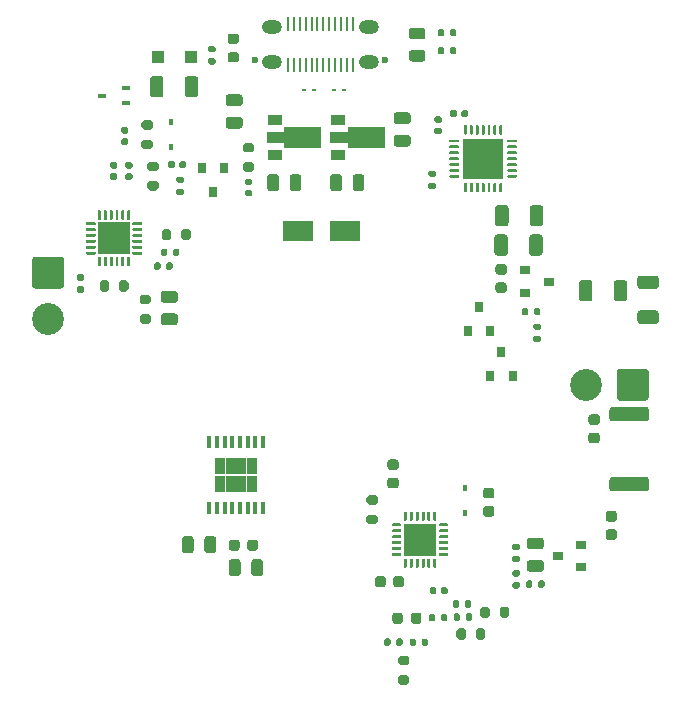
<source format=gbr>
%TF.GenerationSoftware,KiCad,Pcbnew,(5.1.9)-1*%
%TF.CreationDate,2024-04-03T17:37:13+03:00*%
%TF.ProjectId,jantteri_right,6a616e74-7465-4726-995f-72696768742e,rev?*%
%TF.SameCoordinates,Original*%
%TF.FileFunction,Soldermask,Top*%
%TF.FilePolarity,Negative*%
%FSLAX46Y46*%
G04 Gerber Fmt 4.6, Leading zero omitted, Abs format (unit mm)*
G04 Created by KiCad (PCBNEW (5.1.9)-1) date 2024-04-03 17:37:13*
%MOMM*%
%LPD*%
G01*
G04 APERTURE LIST*
%ADD10O,1.700000X1.200000*%
%ADD11R,0.270000X1.300000*%
%ADD12C,0.600000*%
%ADD13C,2.700000*%
%ADD14R,0.450000X1.050000*%
%ADD15R,0.895000X1.470000*%
%ADD16R,0.800000X0.900000*%
%ADD17R,2.500000X1.800000*%
%ADD18R,0.450000X0.600000*%
%ADD19R,0.360000X0.250000*%
%ADD20R,0.700000X0.450000*%
%ADD21R,0.900000X0.800000*%
%ADD22R,2.700000X2.700000*%
%ADD23R,2.800000X2.800000*%
%ADD24R,3.350000X3.350000*%
%ADD25C,0.100000*%
%ADD26R,1.300000X0.900000*%
%ADD27R,1.100000X1.100000*%
G04 APERTURE END LIST*
D10*
%TO.C,J1*%
X143210720Y-60725660D03*
D11*
X141860720Y-61005660D03*
X141360720Y-61005660D03*
X140860720Y-61005660D03*
X140360720Y-61005660D03*
X139860720Y-61005660D03*
X139360720Y-61005660D03*
X138860720Y-61005660D03*
X136360720Y-61005660D03*
X137360720Y-61005660D03*
X137860720Y-61005660D03*
X138360720Y-61005660D03*
X136860720Y-61005660D03*
X136360720Y-57505660D03*
D12*
X144610720Y-60555660D03*
D11*
X136860720Y-57505660D03*
X137360720Y-57505660D03*
X137860720Y-57505660D03*
X138360720Y-57505660D03*
X138860720Y-57505660D03*
X139360720Y-57505660D03*
X139860720Y-57505660D03*
X140360720Y-57505660D03*
X140860720Y-57505660D03*
X141360720Y-57505660D03*
X141860720Y-57505660D03*
D10*
X143210720Y-57785660D03*
X135010720Y-60725660D03*
X135010720Y-57785660D03*
D12*
X133610720Y-60555660D03*
%TD*%
%TO.C,C9*%
G36*
G01*
X131356400Y-104000320D02*
X131356400Y-103050320D01*
G75*
G02*
X131606400Y-102800320I250000J0D01*
G01*
X132106400Y-102800320D01*
G75*
G02*
X132356400Y-103050320I0J-250000D01*
G01*
X132356400Y-104000320D01*
G75*
G02*
X132106400Y-104250320I-250000J0D01*
G01*
X131606400Y-104250320D01*
G75*
G02*
X131356400Y-104000320I0J250000D01*
G01*
G37*
G36*
G01*
X133256400Y-104000320D02*
X133256400Y-103050320D01*
G75*
G02*
X133506400Y-102800320I250000J0D01*
G01*
X134006400Y-102800320D01*
G75*
G02*
X134256400Y-103050320I0J-250000D01*
G01*
X134256400Y-104000320D01*
G75*
G02*
X134006400Y-104250320I-250000J0D01*
G01*
X133506400Y-104250320D01*
G75*
G02*
X133256400Y-104000320I0J250000D01*
G01*
G37*
%TD*%
D13*
%TO.C,J3*%
X116052600Y-82517120D03*
G36*
G01*
X114952601Y-77207120D02*
X117152599Y-77207120D01*
G75*
G02*
X117402600Y-77457121I0J-250001D01*
G01*
X117402600Y-79657119D01*
G75*
G02*
X117152599Y-79907120I-250001J0D01*
G01*
X114952601Y-79907120D01*
G75*
G02*
X114702600Y-79657119I0J250001D01*
G01*
X114702600Y-77457121D01*
G75*
G02*
X114952601Y-77207120I250001J0D01*
G01*
G37*
%TD*%
D14*
%TO.C,U2*%
X134240700Y-92914420D03*
X133590700Y-92914420D03*
X132940700Y-92914420D03*
X132290700Y-92914420D03*
X131640700Y-92914420D03*
X130990700Y-92914420D03*
X130340700Y-92914420D03*
X129690700Y-92914420D03*
X129690700Y-98464420D03*
X130340700Y-98464420D03*
X130990700Y-98464420D03*
X131640700Y-98464420D03*
X132290700Y-98464420D03*
X132940700Y-98464420D03*
X133590700Y-98464420D03*
X134240700Y-98464420D03*
D15*
X130623200Y-96424420D03*
X131518200Y-96424420D03*
X132413200Y-96424420D03*
X133308200Y-96424420D03*
X130623200Y-94954420D03*
X131518200Y-94954420D03*
X132413200Y-94954420D03*
X133308200Y-94954420D03*
%TD*%
%TO.C,C20*%
G36*
G01*
X149242600Y-65883120D02*
X148902600Y-65883120D01*
G75*
G02*
X148762600Y-65743120I0J140000D01*
G01*
X148762600Y-65463120D01*
G75*
G02*
X148902600Y-65323120I140000J0D01*
G01*
X149242600Y-65323120D01*
G75*
G02*
X149382600Y-65463120I0J-140000D01*
G01*
X149382600Y-65743120D01*
G75*
G02*
X149242600Y-65883120I-140000J0D01*
G01*
G37*
G36*
G01*
X149242600Y-66843120D02*
X148902600Y-66843120D01*
G75*
G02*
X148762600Y-66703120I0J140000D01*
G01*
X148762600Y-66423120D01*
G75*
G02*
X148902600Y-66283120I140000J0D01*
G01*
X149242600Y-66283120D01*
G75*
G02*
X149382600Y-66423120I0J-140000D01*
G01*
X149382600Y-66703120D01*
G75*
G02*
X149242600Y-66843120I-140000J0D01*
G01*
G37*
%TD*%
D16*
%TO.C,Q2*%
X152542240Y-81499200D03*
X153492240Y-83499200D03*
X151592240Y-83499200D03*
%TD*%
%TO.C,C1*%
G36*
G01*
X133189800Y-72103520D02*
X132849800Y-72103520D01*
G75*
G02*
X132709800Y-71963520I0J140000D01*
G01*
X132709800Y-71683520D01*
G75*
G02*
X132849800Y-71543520I140000J0D01*
G01*
X133189800Y-71543520D01*
G75*
G02*
X133329800Y-71683520I0J-140000D01*
G01*
X133329800Y-71963520D01*
G75*
G02*
X133189800Y-72103520I-140000J0D01*
G01*
G37*
G36*
G01*
X133189800Y-71143520D02*
X132849800Y-71143520D01*
G75*
G02*
X132709800Y-71003520I0J140000D01*
G01*
X132709800Y-70723520D01*
G75*
G02*
X132849800Y-70583520I140000J0D01*
G01*
X133189800Y-70583520D01*
G75*
G02*
X133329800Y-70723520I0J-140000D01*
G01*
X133329800Y-71003520D01*
G75*
G02*
X133189800Y-71143520I-140000J0D01*
G01*
G37*
%TD*%
%TO.C,C2*%
G36*
G01*
X122717380Y-66784880D02*
X122377380Y-66784880D01*
G75*
G02*
X122237380Y-66644880I0J140000D01*
G01*
X122237380Y-66364880D01*
G75*
G02*
X122377380Y-66224880I140000J0D01*
G01*
X122717380Y-66224880D01*
G75*
G02*
X122857380Y-66364880I0J-140000D01*
G01*
X122857380Y-66644880D01*
G75*
G02*
X122717380Y-66784880I-140000J0D01*
G01*
G37*
G36*
G01*
X122717380Y-67744880D02*
X122377380Y-67744880D01*
G75*
G02*
X122237380Y-67604880I0J140000D01*
G01*
X122237380Y-67324880D01*
G75*
G02*
X122377380Y-67184880I140000J0D01*
G01*
X122717380Y-67184880D01*
G75*
G02*
X122857380Y-67324880I0J-140000D01*
G01*
X122857380Y-67604880D01*
G75*
G02*
X122717380Y-67744880I-140000J0D01*
G01*
G37*
%TD*%
%TO.C,C3*%
G36*
G01*
X126214600Y-69583120D02*
X126214600Y-69243120D01*
G75*
G02*
X126354600Y-69103120I140000J0D01*
G01*
X126634600Y-69103120D01*
G75*
G02*
X126774600Y-69243120I0J-140000D01*
G01*
X126774600Y-69583120D01*
G75*
G02*
X126634600Y-69723120I-140000J0D01*
G01*
X126354600Y-69723120D01*
G75*
G02*
X126214600Y-69583120I0J140000D01*
G01*
G37*
G36*
G01*
X127174600Y-69583120D02*
X127174600Y-69243120D01*
G75*
G02*
X127314600Y-69103120I140000J0D01*
G01*
X127594600Y-69103120D01*
G75*
G02*
X127734600Y-69243120I0J-140000D01*
G01*
X127734600Y-69583120D01*
G75*
G02*
X127594600Y-69723120I-140000J0D01*
G01*
X127314600Y-69723120D01*
G75*
G02*
X127174600Y-69583120I0J140000D01*
G01*
G37*
%TD*%
%TO.C,C4*%
G36*
G01*
X122720280Y-69183980D02*
X123060280Y-69183980D01*
G75*
G02*
X123200280Y-69323980I0J-140000D01*
G01*
X123200280Y-69603980D01*
G75*
G02*
X123060280Y-69743980I-140000J0D01*
G01*
X122720280Y-69743980D01*
G75*
G02*
X122580280Y-69603980I0J140000D01*
G01*
X122580280Y-69323980D01*
G75*
G02*
X122720280Y-69183980I140000J0D01*
G01*
G37*
G36*
G01*
X122720280Y-70143980D02*
X123060280Y-70143980D01*
G75*
G02*
X123200280Y-70283980I0J-140000D01*
G01*
X123200280Y-70563980D01*
G75*
G02*
X123060280Y-70703980I-140000J0D01*
G01*
X122720280Y-70703980D01*
G75*
G02*
X122580280Y-70563980I0J140000D01*
G01*
X122580280Y-70283980D01*
G75*
G02*
X122720280Y-70143980I140000J0D01*
G01*
G37*
%TD*%
%TO.C,C5*%
G36*
G01*
X121442660Y-70133820D02*
X121782660Y-70133820D01*
G75*
G02*
X121922660Y-70273820I0J-140000D01*
G01*
X121922660Y-70553820D01*
G75*
G02*
X121782660Y-70693820I-140000J0D01*
G01*
X121442660Y-70693820D01*
G75*
G02*
X121302660Y-70553820I0J140000D01*
G01*
X121302660Y-70273820D01*
G75*
G02*
X121442660Y-70133820I140000J0D01*
G01*
G37*
G36*
G01*
X121442660Y-69173820D02*
X121782660Y-69173820D01*
G75*
G02*
X121922660Y-69313820I0J-140000D01*
G01*
X121922660Y-69593820D01*
G75*
G02*
X121782660Y-69733820I-140000J0D01*
G01*
X121442660Y-69733820D01*
G75*
G02*
X121302660Y-69593820I0J140000D01*
G01*
X121302660Y-69313820D01*
G75*
G02*
X121442660Y-69173820I140000J0D01*
G01*
G37*
%TD*%
%TO.C,C6*%
G36*
G01*
X125820600Y-62159119D02*
X125820600Y-63459121D01*
G75*
G02*
X125570601Y-63709120I-249999J0D01*
G01*
X124920599Y-63709120D01*
G75*
G02*
X124670600Y-63459121I0J249999D01*
G01*
X124670600Y-62159119D01*
G75*
G02*
X124920599Y-61909120I249999J0D01*
G01*
X125570601Y-61909120D01*
G75*
G02*
X125820600Y-62159119I0J-249999D01*
G01*
G37*
G36*
G01*
X128770600Y-62159119D02*
X128770600Y-63459121D01*
G75*
G02*
X128520601Y-63709120I-249999J0D01*
G01*
X127870599Y-63709120D01*
G75*
G02*
X127620600Y-63459121I0J249999D01*
G01*
X127620600Y-62159119D01*
G75*
G02*
X127870599Y-61909120I249999J0D01*
G01*
X128520601Y-61909120D01*
G75*
G02*
X128770600Y-62159119I0J-249999D01*
G01*
G37*
%TD*%
%TO.C,C7*%
G36*
G01*
X157982400Y-73081119D02*
X157982400Y-74381121D01*
G75*
G02*
X157732401Y-74631120I-249999J0D01*
G01*
X157082399Y-74631120D01*
G75*
G02*
X156832400Y-74381121I0J249999D01*
G01*
X156832400Y-73081119D01*
G75*
G02*
X157082399Y-72831120I249999J0D01*
G01*
X157732401Y-72831120D01*
G75*
G02*
X157982400Y-73081119I0J-249999D01*
G01*
G37*
G36*
G01*
X155032400Y-73081119D02*
X155032400Y-74381121D01*
G75*
G02*
X154782401Y-74631120I-249999J0D01*
G01*
X154132399Y-74631120D01*
G75*
G02*
X153882400Y-74381121I0J249999D01*
G01*
X153882400Y-73081119D01*
G75*
G02*
X154132399Y-72831120I249999J0D01*
G01*
X154782401Y-72831120D01*
G75*
G02*
X155032400Y-73081119I0J-249999D01*
G01*
G37*
%TD*%
%TO.C,C8*%
G36*
G01*
X131363000Y-101883020D02*
X131363000Y-101383020D01*
G75*
G02*
X131588000Y-101158020I225000J0D01*
G01*
X132038000Y-101158020D01*
G75*
G02*
X132263000Y-101383020I0J-225000D01*
G01*
X132263000Y-101883020D01*
G75*
G02*
X132038000Y-102108020I-225000J0D01*
G01*
X131588000Y-102108020D01*
G75*
G02*
X131363000Y-101883020I0J225000D01*
G01*
G37*
G36*
G01*
X132913000Y-101883020D02*
X132913000Y-101383020D01*
G75*
G02*
X133138000Y-101158020I225000J0D01*
G01*
X133588000Y-101158020D01*
G75*
G02*
X133813000Y-101383020I0J-225000D01*
G01*
X133813000Y-101883020D01*
G75*
G02*
X133588000Y-102108020I-225000J0D01*
G01*
X133138000Y-102108020D01*
G75*
G02*
X132913000Y-101883020I0J225000D01*
G01*
G37*
%TD*%
%TO.C,C10*%
G36*
G01*
X125839200Y-80101740D02*
X126789200Y-80101740D01*
G75*
G02*
X127039200Y-80351740I0J-250000D01*
G01*
X127039200Y-80851740D01*
G75*
G02*
X126789200Y-81101740I-250000J0D01*
G01*
X125839200Y-81101740D01*
G75*
G02*
X125589200Y-80851740I0J250000D01*
G01*
X125589200Y-80351740D01*
G75*
G02*
X125839200Y-80101740I250000J0D01*
G01*
G37*
G36*
G01*
X125839200Y-82001740D02*
X126789200Y-82001740D01*
G75*
G02*
X127039200Y-82251740I0J-250000D01*
G01*
X127039200Y-82751740D01*
G75*
G02*
X126789200Y-83001740I-250000J0D01*
G01*
X125839200Y-83001740D01*
G75*
G02*
X125589200Y-82751740I0J250000D01*
G01*
X125589200Y-82251740D01*
G75*
G02*
X125839200Y-82001740I250000J0D01*
G01*
G37*
%TD*%
%TO.C,C11*%
G36*
G01*
X145012600Y-95913120D02*
X145512600Y-95913120D01*
G75*
G02*
X145737600Y-96138120I0J-225000D01*
G01*
X145737600Y-96588120D01*
G75*
G02*
X145512600Y-96813120I-225000J0D01*
G01*
X145012600Y-96813120D01*
G75*
G02*
X144787600Y-96588120I0J225000D01*
G01*
X144787600Y-96138120D01*
G75*
G02*
X145012600Y-95913120I225000J0D01*
G01*
G37*
G36*
G01*
X145012600Y-94363120D02*
X145512600Y-94363120D01*
G75*
G02*
X145737600Y-94588120I0J-225000D01*
G01*
X145737600Y-95038120D01*
G75*
G02*
X145512600Y-95263120I-225000J0D01*
G01*
X145012600Y-95263120D01*
G75*
G02*
X144787600Y-95038120I0J225000D01*
G01*
X144787600Y-94588120D01*
G75*
G02*
X145012600Y-94363120I225000J0D01*
G01*
G37*
%TD*%
%TO.C,C12*%
G36*
G01*
X129281300Y-102057220D02*
X129281300Y-101107220D01*
G75*
G02*
X129531300Y-100857220I250000J0D01*
G01*
X130031300Y-100857220D01*
G75*
G02*
X130281300Y-101107220I0J-250000D01*
G01*
X130281300Y-102057220D01*
G75*
G02*
X130031300Y-102307220I-250000J0D01*
G01*
X129531300Y-102307220D01*
G75*
G02*
X129281300Y-102057220I0J250000D01*
G01*
G37*
G36*
G01*
X127381300Y-102057220D02*
X127381300Y-101107220D01*
G75*
G02*
X127631300Y-100857220I250000J0D01*
G01*
X128131300Y-100857220D01*
G75*
G02*
X128381300Y-101107220I0J-250000D01*
G01*
X128381300Y-102057220D01*
G75*
G02*
X128131300Y-102307220I-250000J0D01*
G01*
X127631300Y-102307220D01*
G75*
G02*
X127381300Y-102057220I0J250000D01*
G01*
G37*
%TD*%
%TO.C,C14*%
G36*
G01*
X153610120Y-97668200D02*
X153110120Y-97668200D01*
G75*
G02*
X152885120Y-97443200I0J225000D01*
G01*
X152885120Y-96993200D01*
G75*
G02*
X153110120Y-96768200I225000J0D01*
G01*
X153610120Y-96768200D01*
G75*
G02*
X153835120Y-96993200I0J-225000D01*
G01*
X153835120Y-97443200D01*
G75*
G02*
X153610120Y-97668200I-225000J0D01*
G01*
G37*
G36*
G01*
X153610120Y-99218200D02*
X153110120Y-99218200D01*
G75*
G02*
X152885120Y-98993200I0J225000D01*
G01*
X152885120Y-98543200D01*
G75*
G02*
X153110120Y-98318200I225000J0D01*
G01*
X153610120Y-98318200D01*
G75*
G02*
X153835120Y-98543200I0J-225000D01*
G01*
X153835120Y-98993200D01*
G75*
G02*
X153610120Y-99218200I-225000J0D01*
G01*
G37*
%TD*%
%TO.C,C16*%
G36*
G01*
X149323400Y-105651120D02*
X149323400Y-105311120D01*
G75*
G02*
X149463400Y-105171120I140000J0D01*
G01*
X149743400Y-105171120D01*
G75*
G02*
X149883400Y-105311120I0J-140000D01*
G01*
X149883400Y-105651120D01*
G75*
G02*
X149743400Y-105791120I-140000J0D01*
G01*
X149463400Y-105791120D01*
G75*
G02*
X149323400Y-105651120I0J140000D01*
G01*
G37*
G36*
G01*
X148363400Y-105651120D02*
X148363400Y-105311120D01*
G75*
G02*
X148503400Y-105171120I140000J0D01*
G01*
X148783400Y-105171120D01*
G75*
G02*
X148923400Y-105311120I0J-140000D01*
G01*
X148923400Y-105651120D01*
G75*
G02*
X148783400Y-105791120I-140000J0D01*
G01*
X148503400Y-105791120D01*
G75*
G02*
X148363400Y-105651120I0J140000D01*
G01*
G37*
%TD*%
%TO.C,C17*%
G36*
G01*
X163991100Y-101181620D02*
X163491100Y-101181620D01*
G75*
G02*
X163266100Y-100956620I0J225000D01*
G01*
X163266100Y-100506620D01*
G75*
G02*
X163491100Y-100281620I225000J0D01*
G01*
X163991100Y-100281620D01*
G75*
G02*
X164216100Y-100506620I0J-225000D01*
G01*
X164216100Y-100956620D01*
G75*
G02*
X163991100Y-101181620I-225000J0D01*
G01*
G37*
G36*
G01*
X163991100Y-99631620D02*
X163491100Y-99631620D01*
G75*
G02*
X163266100Y-99406620I0J225000D01*
G01*
X163266100Y-98956620D01*
G75*
G02*
X163491100Y-98731620I225000J0D01*
G01*
X163991100Y-98731620D01*
G75*
G02*
X164216100Y-98956620I0J-225000D01*
G01*
X164216100Y-99406620D01*
G75*
G02*
X163991100Y-99631620I-225000J0D01*
G01*
G37*
%TD*%
%TO.C,C18*%
G36*
G01*
X156827200Y-102883120D02*
X157777200Y-102883120D01*
G75*
G02*
X158027200Y-103133120I0J-250000D01*
G01*
X158027200Y-103633120D01*
G75*
G02*
X157777200Y-103883120I-250000J0D01*
G01*
X156827200Y-103883120D01*
G75*
G02*
X156577200Y-103633120I0J250000D01*
G01*
X156577200Y-103133120D01*
G75*
G02*
X156827200Y-102883120I250000J0D01*
G01*
G37*
G36*
G01*
X156827200Y-100983120D02*
X157777200Y-100983120D01*
G75*
G02*
X158027200Y-101233120I0J-250000D01*
G01*
X158027200Y-101733120D01*
G75*
G02*
X157777200Y-101983120I-250000J0D01*
G01*
X156827200Y-101983120D01*
G75*
G02*
X156577200Y-101733120I0J250000D01*
G01*
X156577200Y-101233120D01*
G75*
G02*
X156827200Y-100983120I250000J0D01*
G01*
G37*
%TD*%
%TO.C,C19*%
G36*
G01*
X151610600Y-64925120D02*
X151610600Y-65265120D01*
G75*
G02*
X151470600Y-65405120I-140000J0D01*
G01*
X151190600Y-65405120D01*
G75*
G02*
X151050600Y-65265120I0J140000D01*
G01*
X151050600Y-64925120D01*
G75*
G02*
X151190600Y-64785120I140000J0D01*
G01*
X151470600Y-64785120D01*
G75*
G02*
X151610600Y-64925120I0J-140000D01*
G01*
G37*
G36*
G01*
X150650600Y-64925120D02*
X150650600Y-65265120D01*
G75*
G02*
X150510600Y-65405120I-140000J0D01*
G01*
X150230600Y-65405120D01*
G75*
G02*
X150090600Y-65265120I0J140000D01*
G01*
X150090600Y-64925120D01*
G75*
G02*
X150230600Y-64785120I140000J0D01*
G01*
X150510600Y-64785120D01*
G75*
G02*
X150650600Y-64925120I0J-140000D01*
G01*
G37*
%TD*%
%TO.C,C21*%
G36*
G01*
X146499600Y-65981120D02*
X145549600Y-65981120D01*
G75*
G02*
X145299600Y-65731120I0J250000D01*
G01*
X145299600Y-65231120D01*
G75*
G02*
X145549600Y-64981120I250000J0D01*
G01*
X146499600Y-64981120D01*
G75*
G02*
X146749600Y-65231120I0J-250000D01*
G01*
X146749600Y-65731120D01*
G75*
G02*
X146499600Y-65981120I-250000J0D01*
G01*
G37*
G36*
G01*
X146499600Y-67881120D02*
X145549600Y-67881120D01*
G75*
G02*
X145299600Y-67631120I0J250000D01*
G01*
X145299600Y-67131120D01*
G75*
G02*
X145549600Y-66881120I250000J0D01*
G01*
X146499600Y-66881120D01*
G75*
G02*
X146749600Y-67131120I0J-250000D01*
G01*
X146749600Y-67631120D01*
G75*
G02*
X146499600Y-67881120I-250000J0D01*
G01*
G37*
%TD*%
%TO.C,C22*%
G36*
G01*
X139936600Y-71412120D02*
X139936600Y-70462120D01*
G75*
G02*
X140186600Y-70212120I250000J0D01*
G01*
X140686600Y-70212120D01*
G75*
G02*
X140936600Y-70462120I0J-250000D01*
G01*
X140936600Y-71412120D01*
G75*
G02*
X140686600Y-71662120I-250000J0D01*
G01*
X140186600Y-71662120D01*
G75*
G02*
X139936600Y-71412120I0J250000D01*
G01*
G37*
G36*
G01*
X141836600Y-71412120D02*
X141836600Y-70462120D01*
G75*
G02*
X142086600Y-70212120I250000J0D01*
G01*
X142586600Y-70212120D01*
G75*
G02*
X142836600Y-70462120I0J-250000D01*
G01*
X142836600Y-71412120D01*
G75*
G02*
X142586600Y-71662120I-250000J0D01*
G01*
X142086600Y-71662120D01*
G75*
G02*
X141836600Y-71412120I0J250000D01*
G01*
G37*
%TD*%
%TO.C,C23*%
G36*
G01*
X132275600Y-64457120D02*
X131325600Y-64457120D01*
G75*
G02*
X131075600Y-64207120I0J250000D01*
G01*
X131075600Y-63707120D01*
G75*
G02*
X131325600Y-63457120I250000J0D01*
G01*
X132275600Y-63457120D01*
G75*
G02*
X132525600Y-63707120I0J-250000D01*
G01*
X132525600Y-64207120D01*
G75*
G02*
X132275600Y-64457120I-250000J0D01*
G01*
G37*
G36*
G01*
X132275600Y-66357120D02*
X131325600Y-66357120D01*
G75*
G02*
X131075600Y-66107120I0J250000D01*
G01*
X131075600Y-65607120D01*
G75*
G02*
X131325600Y-65357120I250000J0D01*
G01*
X132275600Y-65357120D01*
G75*
G02*
X132525600Y-65607120I0J-250000D01*
G01*
X132525600Y-66107120D01*
G75*
G02*
X132275600Y-66357120I-250000J0D01*
G01*
G37*
%TD*%
%TO.C,C24*%
G36*
G01*
X137502600Y-70462120D02*
X137502600Y-71412120D01*
G75*
G02*
X137252600Y-71662120I-250000J0D01*
G01*
X136752600Y-71662120D01*
G75*
G02*
X136502600Y-71412120I0J250000D01*
G01*
X136502600Y-70462120D01*
G75*
G02*
X136752600Y-70212120I250000J0D01*
G01*
X137252600Y-70212120D01*
G75*
G02*
X137502600Y-70462120I0J-250000D01*
G01*
G37*
G36*
G01*
X135602600Y-70462120D02*
X135602600Y-71412120D01*
G75*
G02*
X135352600Y-71662120I-250000J0D01*
G01*
X134852600Y-71662120D01*
G75*
G02*
X134602600Y-71412120I0J250000D01*
G01*
X134602600Y-70462120D01*
G75*
G02*
X134852600Y-70212120I250000J0D01*
G01*
X135352600Y-70212120D01*
G75*
G02*
X135602600Y-70462120I0J-250000D01*
G01*
G37*
%TD*%
%TO.C,C25*%
G36*
G01*
X157929800Y-75570319D02*
X157929800Y-76870321D01*
G75*
G02*
X157679801Y-77120320I-249999J0D01*
G01*
X157029799Y-77120320D01*
G75*
G02*
X156779800Y-76870321I0J249999D01*
G01*
X156779800Y-75570319D01*
G75*
G02*
X157029799Y-75320320I249999J0D01*
G01*
X157679801Y-75320320D01*
G75*
G02*
X157929800Y-75570319I0J-249999D01*
G01*
G37*
G36*
G01*
X154979800Y-75570319D02*
X154979800Y-76870321D01*
G75*
G02*
X154729801Y-77120320I-249999J0D01*
G01*
X154079799Y-77120320D01*
G75*
G02*
X153829800Y-76870321I0J249999D01*
G01*
X153829800Y-75570319D01*
G75*
G02*
X154079799Y-75320320I249999J0D01*
G01*
X154729801Y-75320320D01*
G75*
G02*
X154979800Y-75570319I0J-249999D01*
G01*
G37*
%TD*%
%TO.C,C26*%
G36*
G01*
X154156600Y-77827120D02*
X154656600Y-77827120D01*
G75*
G02*
X154881600Y-78052120I0J-225000D01*
G01*
X154881600Y-78502120D01*
G75*
G02*
X154656600Y-78727120I-225000J0D01*
G01*
X154156600Y-78727120D01*
G75*
G02*
X153931600Y-78502120I0J225000D01*
G01*
X153931600Y-78052120D01*
G75*
G02*
X154156600Y-77827120I225000J0D01*
G01*
G37*
G36*
G01*
X154156600Y-79377120D02*
X154656600Y-79377120D01*
G75*
G02*
X154881600Y-79602120I0J-225000D01*
G01*
X154881600Y-80052120D01*
G75*
G02*
X154656600Y-80277120I-225000J0D01*
G01*
X154156600Y-80277120D01*
G75*
G02*
X153931600Y-80052120I0J225000D01*
G01*
X153931600Y-79602120D01*
G75*
G02*
X154156600Y-79377120I225000J0D01*
G01*
G37*
%TD*%
%TO.C,C27*%
G36*
G01*
X166202599Y-81743120D02*
X167502601Y-81743120D01*
G75*
G02*
X167752600Y-81993119I0J-249999D01*
G01*
X167752600Y-82643121D01*
G75*
G02*
X167502601Y-82893120I-249999J0D01*
G01*
X166202599Y-82893120D01*
G75*
G02*
X165952600Y-82643121I0J249999D01*
G01*
X165952600Y-81993119D01*
G75*
G02*
X166202599Y-81743120I249999J0D01*
G01*
G37*
G36*
G01*
X166202599Y-78793120D02*
X167502601Y-78793120D01*
G75*
G02*
X167752600Y-79043119I0J-249999D01*
G01*
X167752600Y-79693121D01*
G75*
G02*
X167502601Y-79943120I-249999J0D01*
G01*
X166202599Y-79943120D01*
G75*
G02*
X165952600Y-79693121I0J249999D01*
G01*
X165952600Y-79043119D01*
G75*
G02*
X166202599Y-78793120I249999J0D01*
G01*
G37*
%TD*%
%TO.C,C28*%
G36*
G01*
X160992600Y-80731121D02*
X160992600Y-79431119D01*
G75*
G02*
X161242599Y-79181120I249999J0D01*
G01*
X161892601Y-79181120D01*
G75*
G02*
X162142600Y-79431119I0J-249999D01*
G01*
X162142600Y-80731121D01*
G75*
G02*
X161892601Y-80981120I-249999J0D01*
G01*
X161242599Y-80981120D01*
G75*
G02*
X160992600Y-80731121I0J249999D01*
G01*
G37*
G36*
G01*
X163942600Y-80731121D02*
X163942600Y-79431119D01*
G75*
G02*
X164192599Y-79181120I249999J0D01*
G01*
X164842601Y-79181120D01*
G75*
G02*
X165092600Y-79431119I0J-249999D01*
G01*
X165092600Y-80731121D01*
G75*
G02*
X164842601Y-80981120I-249999J0D01*
G01*
X164192599Y-80981120D01*
G75*
G02*
X163942600Y-80731121I0J249999D01*
G01*
G37*
%TD*%
%TO.C,C29*%
G36*
G01*
X162530600Y-92990120D02*
X162030600Y-92990120D01*
G75*
G02*
X161805600Y-92765120I0J225000D01*
G01*
X161805600Y-92315120D01*
G75*
G02*
X162030600Y-92090120I225000J0D01*
G01*
X162530600Y-92090120D01*
G75*
G02*
X162755600Y-92315120I0J-225000D01*
G01*
X162755600Y-92765120D01*
G75*
G02*
X162530600Y-92990120I-225000J0D01*
G01*
G37*
G36*
G01*
X162530600Y-91440120D02*
X162030600Y-91440120D01*
G75*
G02*
X161805600Y-91215120I0J225000D01*
G01*
X161805600Y-90765120D01*
G75*
G02*
X162030600Y-90540120I225000J0D01*
G01*
X162530600Y-90540120D01*
G75*
G02*
X162755600Y-90765120I0J-225000D01*
G01*
X162755600Y-91215120D01*
G75*
G02*
X162530600Y-91440120I-225000J0D01*
G01*
G37*
%TD*%
%TO.C,C30*%
G36*
G01*
X145282800Y-104969120D02*
X145282800Y-104469120D01*
G75*
G02*
X145507800Y-104244120I225000J0D01*
G01*
X145957800Y-104244120D01*
G75*
G02*
X146182800Y-104469120I0J-225000D01*
G01*
X146182800Y-104969120D01*
G75*
G02*
X145957800Y-105194120I-225000J0D01*
G01*
X145507800Y-105194120D01*
G75*
G02*
X145282800Y-104969120I0J225000D01*
G01*
G37*
G36*
G01*
X143732800Y-104969120D02*
X143732800Y-104469120D01*
G75*
G02*
X143957800Y-104244120I225000J0D01*
G01*
X144407800Y-104244120D01*
G75*
G02*
X144632800Y-104469120I0J-225000D01*
G01*
X144632800Y-104969120D01*
G75*
G02*
X144407800Y-105194120I-225000J0D01*
G01*
X143957800Y-105194120D01*
G75*
G02*
X143732800Y-104969120I0J225000D01*
G01*
G37*
%TD*%
D17*
%TO.C,D1*%
X137198600Y-75001120D03*
X141198600Y-75001120D03*
%TD*%
D18*
%TO.C,D2*%
X151358600Y-96811120D03*
X151358600Y-98911120D03*
%TD*%
%TO.C,D3*%
G36*
G01*
X131995890Y-60757620D02*
X131483390Y-60757620D01*
G75*
G02*
X131264640Y-60538870I0J218750D01*
G01*
X131264640Y-60101370D01*
G75*
G02*
X131483390Y-59882620I218750J0D01*
G01*
X131995890Y-59882620D01*
G75*
G02*
X132214640Y-60101370I0J-218750D01*
G01*
X132214640Y-60538870D01*
G75*
G02*
X131995890Y-60757620I-218750J0D01*
G01*
G37*
G36*
G01*
X131995890Y-59182620D02*
X131483390Y-59182620D01*
G75*
G02*
X131264640Y-58963870I0J218750D01*
G01*
X131264640Y-58526370D01*
G75*
G02*
X131483390Y-58307620I218750J0D01*
G01*
X131995890Y-58307620D01*
G75*
G02*
X132214640Y-58526370I0J-218750D01*
G01*
X132214640Y-58963870D01*
G75*
G02*
X131995890Y-59182620I-218750J0D01*
G01*
G37*
%TD*%
%TO.C,D4*%
G36*
G01*
X147750850Y-60678120D02*
X146838350Y-60678120D01*
G75*
G02*
X146594600Y-60434370I0J243750D01*
G01*
X146594600Y-59946870D01*
G75*
G02*
X146838350Y-59703120I243750J0D01*
G01*
X147750850Y-59703120D01*
G75*
G02*
X147994600Y-59946870I0J-243750D01*
G01*
X147994600Y-60434370D01*
G75*
G02*
X147750850Y-60678120I-243750J0D01*
G01*
G37*
G36*
G01*
X147750850Y-58803120D02*
X146838350Y-58803120D01*
G75*
G02*
X146594600Y-58559370I0J243750D01*
G01*
X146594600Y-58071870D01*
G75*
G02*
X146838350Y-57828120I243750J0D01*
G01*
X147750850Y-57828120D01*
G75*
G02*
X147994600Y-58071870I0J-243750D01*
G01*
X147994600Y-58559370D01*
G75*
G02*
X147750850Y-58803120I-243750J0D01*
G01*
G37*
%TD*%
%TO.C,D5*%
X126466600Y-65823120D03*
X126466600Y-67923120D03*
%TD*%
D19*
%TO.C,D7*%
X141110600Y-63063120D03*
X140270600Y-63063120D03*
%TD*%
%TO.C,D8*%
X138570600Y-63063120D03*
X137730600Y-63063120D03*
%TD*%
D20*
%TO.C,D9*%
X122640600Y-64221120D03*
X122640600Y-62921120D03*
X120640600Y-63571120D03*
%TD*%
%TO.C,D11*%
G36*
G01*
X146781000Y-108074170D02*
X146781000Y-107561670D01*
G75*
G02*
X146999750Y-107342920I218750J0D01*
G01*
X147437250Y-107342920D01*
G75*
G02*
X147656000Y-107561670I0J-218750D01*
G01*
X147656000Y-108074170D01*
G75*
G02*
X147437250Y-108292920I-218750J0D01*
G01*
X146999750Y-108292920D01*
G75*
G02*
X146781000Y-108074170I0J218750D01*
G01*
G37*
G36*
G01*
X145206000Y-108074170D02*
X145206000Y-107561670D01*
G75*
G02*
X145424750Y-107342920I218750J0D01*
G01*
X145862250Y-107342920D01*
G75*
G02*
X146081000Y-107561670I0J-218750D01*
G01*
X146081000Y-108074170D01*
G75*
G02*
X145862250Y-108292920I-218750J0D01*
G01*
X145424750Y-108292920D01*
G75*
G02*
X145206000Y-108074170I0J218750D01*
G01*
G37*
%TD*%
D13*
%TO.C,J2*%
X161597200Y-88044020D03*
G36*
G01*
X166907200Y-86944021D02*
X166907200Y-89144019D01*
G75*
G02*
X166657199Y-89394020I-250001J0D01*
G01*
X164457201Y-89394020D01*
G75*
G02*
X164207200Y-89144019I0J250001D01*
G01*
X164207200Y-86944021D01*
G75*
G02*
X164457201Y-86694020I250001J0D01*
G01*
X166657199Y-86694020D01*
G75*
G02*
X166907200Y-86944021I0J-250001D01*
G01*
G37*
%TD*%
D21*
%TO.C,Q1*%
X156454600Y-78369120D03*
X156454600Y-80269120D03*
X158454600Y-79319120D03*
%TD*%
D16*
%TO.C,Q3*%
X153489620Y-87272880D03*
X155389620Y-87272880D03*
X154439620Y-85272880D03*
%TD*%
D21*
%TO.C,Q4*%
X161181800Y-103484720D03*
X161181800Y-101584720D03*
X159181800Y-102534720D03*
%TD*%
D16*
%TO.C,Q5*%
X130022600Y-71683120D03*
X129072600Y-69683120D03*
X130972600Y-69683120D03*
%TD*%
%TO.C,R1*%
G36*
G01*
X118626040Y-78694060D02*
X118996040Y-78694060D01*
G75*
G02*
X119131040Y-78829060I0J-135000D01*
G01*
X119131040Y-79099060D01*
G75*
G02*
X118996040Y-79234060I-135000J0D01*
G01*
X118626040Y-79234060D01*
G75*
G02*
X118491040Y-79099060I0J135000D01*
G01*
X118491040Y-78829060D01*
G75*
G02*
X118626040Y-78694060I135000J0D01*
G01*
G37*
G36*
G01*
X118626040Y-79714060D02*
X118996040Y-79714060D01*
G75*
G02*
X119131040Y-79849060I0J-135000D01*
G01*
X119131040Y-80119060D01*
G75*
G02*
X118996040Y-80254060I-135000J0D01*
G01*
X118626040Y-80254060D01*
G75*
G02*
X118491040Y-80119060I0J135000D01*
G01*
X118491040Y-79849060D01*
G75*
G02*
X118626040Y-79714060I135000J0D01*
G01*
G37*
%TD*%
%TO.C,R2*%
G36*
G01*
X127413600Y-71971120D02*
X127043600Y-71971120D01*
G75*
G02*
X126908600Y-71836120I0J135000D01*
G01*
X126908600Y-71566120D01*
G75*
G02*
X127043600Y-71431120I135000J0D01*
G01*
X127413600Y-71431120D01*
G75*
G02*
X127548600Y-71566120I0J-135000D01*
G01*
X127548600Y-71836120D01*
G75*
G02*
X127413600Y-71971120I-135000J0D01*
G01*
G37*
G36*
G01*
X127413600Y-70951120D02*
X127043600Y-70951120D01*
G75*
G02*
X126908600Y-70816120I0J135000D01*
G01*
X126908600Y-70546120D01*
G75*
G02*
X127043600Y-70411120I135000J0D01*
G01*
X127413600Y-70411120D01*
G75*
G02*
X127548600Y-70546120I0J-135000D01*
G01*
X127548600Y-70816120D01*
G75*
G02*
X127413600Y-70951120I-135000J0D01*
G01*
G37*
%TD*%
%TO.C,R3*%
G36*
G01*
X133294800Y-68366320D02*
X132744800Y-68366320D01*
G75*
G02*
X132544800Y-68166320I0J200000D01*
G01*
X132544800Y-67766320D01*
G75*
G02*
X132744800Y-67566320I200000J0D01*
G01*
X133294800Y-67566320D01*
G75*
G02*
X133494800Y-67766320I0J-200000D01*
G01*
X133494800Y-68166320D01*
G75*
G02*
X133294800Y-68366320I-200000J0D01*
G01*
G37*
G36*
G01*
X133294800Y-70016320D02*
X132744800Y-70016320D01*
G75*
G02*
X132544800Y-69816320I0J200000D01*
G01*
X132544800Y-69416320D01*
G75*
G02*
X132744800Y-69216320I200000J0D01*
G01*
X133294800Y-69216320D01*
G75*
G02*
X133494800Y-69416320I0J-200000D01*
G01*
X133494800Y-69816320D01*
G75*
G02*
X133294800Y-70016320I-200000J0D01*
G01*
G37*
%TD*%
%TO.C,R4*%
G36*
G01*
X126049280Y-78190940D02*
X126049280Y-77820940D01*
G75*
G02*
X126184280Y-77685940I135000J0D01*
G01*
X126454280Y-77685940D01*
G75*
G02*
X126589280Y-77820940I0J-135000D01*
G01*
X126589280Y-78190940D01*
G75*
G02*
X126454280Y-78325940I-135000J0D01*
G01*
X126184280Y-78325940D01*
G75*
G02*
X126049280Y-78190940I0J135000D01*
G01*
G37*
G36*
G01*
X125029280Y-78190940D02*
X125029280Y-77820940D01*
G75*
G02*
X125164280Y-77685940I135000J0D01*
G01*
X125434280Y-77685940D01*
G75*
G02*
X125569280Y-77820940I0J-135000D01*
G01*
X125569280Y-78190940D01*
G75*
G02*
X125434280Y-78325940I-135000J0D01*
G01*
X125164280Y-78325940D01*
G75*
G02*
X125029280Y-78190940I0J135000D01*
G01*
G37*
%TD*%
%TO.C,R5*%
G36*
G01*
X124709600Y-66448120D02*
X124159600Y-66448120D01*
G75*
G02*
X123959600Y-66248120I0J200000D01*
G01*
X123959600Y-65848120D01*
G75*
G02*
X124159600Y-65648120I200000J0D01*
G01*
X124709600Y-65648120D01*
G75*
G02*
X124909600Y-65848120I0J-200000D01*
G01*
X124909600Y-66248120D01*
G75*
G02*
X124709600Y-66448120I-200000J0D01*
G01*
G37*
G36*
G01*
X124709600Y-68098120D02*
X124159600Y-68098120D01*
G75*
G02*
X123959600Y-67898120I0J200000D01*
G01*
X123959600Y-67498120D01*
G75*
G02*
X124159600Y-67298120I200000J0D01*
G01*
X124709600Y-67298120D01*
G75*
G02*
X124909600Y-67498120I0J-200000D01*
G01*
X124909600Y-67898120D01*
G75*
G02*
X124709600Y-68098120I-200000J0D01*
G01*
G37*
%TD*%
%TO.C,R6*%
G36*
G01*
X124554660Y-82863140D02*
X124004660Y-82863140D01*
G75*
G02*
X123804660Y-82663140I0J200000D01*
G01*
X123804660Y-82263140D01*
G75*
G02*
X124004660Y-82063140I200000J0D01*
G01*
X124554660Y-82063140D01*
G75*
G02*
X124754660Y-82263140I0J-200000D01*
G01*
X124754660Y-82663140D01*
G75*
G02*
X124554660Y-82863140I-200000J0D01*
G01*
G37*
G36*
G01*
X124554660Y-81213140D02*
X124004660Y-81213140D01*
G75*
G02*
X123804660Y-81013140I0J200000D01*
G01*
X123804660Y-80613140D01*
G75*
G02*
X124004660Y-80413140I200000J0D01*
G01*
X124554660Y-80413140D01*
G75*
G02*
X124754660Y-80613140I0J-200000D01*
G01*
X124754660Y-81013140D01*
G75*
G02*
X124554660Y-81213140I-200000J0D01*
G01*
G37*
%TD*%
%TO.C,R7*%
G36*
G01*
X125668820Y-75613940D02*
X125668820Y-75063940D01*
G75*
G02*
X125868820Y-74863940I200000J0D01*
G01*
X126268820Y-74863940D01*
G75*
G02*
X126468820Y-75063940I0J-200000D01*
G01*
X126468820Y-75613940D01*
G75*
G02*
X126268820Y-75813940I-200000J0D01*
G01*
X125868820Y-75813940D01*
G75*
G02*
X125668820Y-75613940I0J200000D01*
G01*
G37*
G36*
G01*
X127318820Y-75613940D02*
X127318820Y-75063940D01*
G75*
G02*
X127518820Y-74863940I200000J0D01*
G01*
X127918820Y-74863940D01*
G75*
G02*
X128118820Y-75063940I0J-200000D01*
G01*
X128118820Y-75613940D01*
G75*
G02*
X127918820Y-75813940I-200000J0D01*
G01*
X127518820Y-75813940D01*
G75*
G02*
X127318820Y-75613940I0J200000D01*
G01*
G37*
%TD*%
%TO.C,R8*%
G36*
G01*
X143759600Y-98198120D02*
X143209600Y-98198120D01*
G75*
G02*
X143009600Y-97998120I0J200000D01*
G01*
X143009600Y-97598120D01*
G75*
G02*
X143209600Y-97398120I200000J0D01*
G01*
X143759600Y-97398120D01*
G75*
G02*
X143959600Y-97598120I0J-200000D01*
G01*
X143959600Y-97998120D01*
G75*
G02*
X143759600Y-98198120I-200000J0D01*
G01*
G37*
G36*
G01*
X143759600Y-99848120D02*
X143209600Y-99848120D01*
G75*
G02*
X143009600Y-99648120I0J200000D01*
G01*
X143009600Y-99248120D01*
G75*
G02*
X143209600Y-99048120I200000J0D01*
G01*
X143759600Y-99048120D01*
G75*
G02*
X143959600Y-99248120I0J-200000D01*
G01*
X143959600Y-99648120D01*
G75*
G02*
X143759600Y-99848120I-200000J0D01*
G01*
G37*
%TD*%
%TO.C,R9*%
G36*
G01*
X157639600Y-83397120D02*
X157269600Y-83397120D01*
G75*
G02*
X157134600Y-83262120I0J135000D01*
G01*
X157134600Y-82992120D01*
G75*
G02*
X157269600Y-82857120I135000J0D01*
G01*
X157639600Y-82857120D01*
G75*
G02*
X157774600Y-82992120I0J-135000D01*
G01*
X157774600Y-83262120D01*
G75*
G02*
X157639600Y-83397120I-135000J0D01*
G01*
G37*
G36*
G01*
X157639600Y-84417120D02*
X157269600Y-84417120D01*
G75*
G02*
X157134600Y-84282120I0J135000D01*
G01*
X157134600Y-84012120D01*
G75*
G02*
X157269600Y-83877120I135000J0D01*
G01*
X157639600Y-83877120D01*
G75*
G02*
X157774600Y-84012120I0J-135000D01*
G01*
X157774600Y-84282120D01*
G75*
G02*
X157639600Y-84417120I-135000J0D01*
G01*
G37*
%TD*%
%TO.C,R10*%
G36*
G01*
X151397400Y-107901320D02*
X151397400Y-107531320D01*
G75*
G02*
X151532400Y-107396320I135000J0D01*
G01*
X151802400Y-107396320D01*
G75*
G02*
X151937400Y-107531320I0J-135000D01*
G01*
X151937400Y-107901320D01*
G75*
G02*
X151802400Y-108036320I-135000J0D01*
G01*
X151532400Y-108036320D01*
G75*
G02*
X151397400Y-107901320I0J135000D01*
G01*
G37*
G36*
G01*
X150377400Y-107901320D02*
X150377400Y-107531320D01*
G75*
G02*
X150512400Y-107396320I135000J0D01*
G01*
X150782400Y-107396320D01*
G75*
G02*
X150917400Y-107531320I0J-135000D01*
G01*
X150917400Y-107901320D01*
G75*
G02*
X150782400Y-108036320I-135000J0D01*
G01*
X150512400Y-108036320D01*
G75*
G02*
X150377400Y-107901320I0J135000D01*
G01*
G37*
%TD*%
%TO.C,R11*%
G36*
G01*
X150864600Y-106413720D02*
X150864600Y-106783720D01*
G75*
G02*
X150729600Y-106918720I-135000J0D01*
G01*
X150459600Y-106918720D01*
G75*
G02*
X150324600Y-106783720I0J135000D01*
G01*
X150324600Y-106413720D01*
G75*
G02*
X150459600Y-106278720I135000J0D01*
G01*
X150729600Y-106278720D01*
G75*
G02*
X150864600Y-106413720I0J-135000D01*
G01*
G37*
G36*
G01*
X151884600Y-106413720D02*
X151884600Y-106783720D01*
G75*
G02*
X151749600Y-106918720I-135000J0D01*
G01*
X151479600Y-106918720D01*
G75*
G02*
X151344600Y-106783720I0J135000D01*
G01*
X151344600Y-106413720D01*
G75*
G02*
X151479600Y-106278720I135000J0D01*
G01*
X151749600Y-106278720D01*
G75*
G02*
X151884600Y-106413720I0J-135000D01*
G01*
G37*
%TD*%
%TO.C,R12*%
G36*
G01*
X152279400Y-109413720D02*
X152279400Y-108863720D01*
G75*
G02*
X152479400Y-108663720I200000J0D01*
G01*
X152879400Y-108663720D01*
G75*
G02*
X153079400Y-108863720I0J-200000D01*
G01*
X153079400Y-109413720D01*
G75*
G02*
X152879400Y-109613720I-200000J0D01*
G01*
X152479400Y-109613720D01*
G75*
G02*
X152279400Y-109413720I0J200000D01*
G01*
G37*
G36*
G01*
X150629400Y-109413720D02*
X150629400Y-108863720D01*
G75*
G02*
X150829400Y-108663720I200000J0D01*
G01*
X151229400Y-108663720D01*
G75*
G02*
X151429400Y-108863720I0J-200000D01*
G01*
X151429400Y-109413720D01*
G75*
G02*
X151229400Y-109613720I-200000J0D01*
G01*
X150829400Y-109613720D01*
G75*
G02*
X150629400Y-109413720I0J200000D01*
G01*
G37*
%TD*%
%TO.C,R13*%
G36*
G01*
X163827400Y-89913920D02*
X166677400Y-89913920D01*
G75*
G02*
X166927400Y-90163920I0J-250000D01*
G01*
X166927400Y-90888920D01*
G75*
G02*
X166677400Y-91138920I-250000J0D01*
G01*
X163827400Y-91138920D01*
G75*
G02*
X163577400Y-90888920I0J250000D01*
G01*
X163577400Y-90163920D01*
G75*
G02*
X163827400Y-89913920I250000J0D01*
G01*
G37*
G36*
G01*
X163827400Y-95838920D02*
X166677400Y-95838920D01*
G75*
G02*
X166927400Y-96088920I0J-250000D01*
G01*
X166927400Y-96813920D01*
G75*
G02*
X166677400Y-97063920I-250000J0D01*
G01*
X163827400Y-97063920D01*
G75*
G02*
X163577400Y-96813920I0J250000D01*
G01*
X163577400Y-96088920D01*
G75*
G02*
X163827400Y-95838920I250000J0D01*
G01*
G37*
%TD*%
%TO.C,R14*%
G36*
G01*
X152635000Y-107584920D02*
X152635000Y-107034920D01*
G75*
G02*
X152835000Y-106834920I200000J0D01*
G01*
X153235000Y-106834920D01*
G75*
G02*
X153435000Y-107034920I0J-200000D01*
G01*
X153435000Y-107584920D01*
G75*
G02*
X153235000Y-107784920I-200000J0D01*
G01*
X152835000Y-107784920D01*
G75*
G02*
X152635000Y-107584920I0J200000D01*
G01*
G37*
G36*
G01*
X154285000Y-107584920D02*
X154285000Y-107034920D01*
G75*
G02*
X154485000Y-106834920I200000J0D01*
G01*
X154885000Y-106834920D01*
G75*
G02*
X155085000Y-107034920I0J-200000D01*
G01*
X155085000Y-107584920D01*
G75*
G02*
X154885000Y-107784920I-200000J0D01*
G01*
X154485000Y-107784920D01*
G75*
G02*
X154285000Y-107584920I0J200000D01*
G01*
G37*
%TD*%
%TO.C,R15*%
G36*
G01*
X125199820Y-71598240D02*
X124649820Y-71598240D01*
G75*
G02*
X124449820Y-71398240I0J200000D01*
G01*
X124449820Y-70998240D01*
G75*
G02*
X124649820Y-70798240I200000J0D01*
G01*
X125199820Y-70798240D01*
G75*
G02*
X125399820Y-70998240I0J-200000D01*
G01*
X125399820Y-71398240D01*
G75*
G02*
X125199820Y-71598240I-200000J0D01*
G01*
G37*
G36*
G01*
X125199820Y-69948240D02*
X124649820Y-69948240D01*
G75*
G02*
X124449820Y-69748240I0J200000D01*
G01*
X124449820Y-69348240D01*
G75*
G02*
X124649820Y-69148240I200000J0D01*
G01*
X125199820Y-69148240D01*
G75*
G02*
X125399820Y-69348240I0J-200000D01*
G01*
X125399820Y-69748240D01*
G75*
G02*
X125199820Y-69948240I-200000J0D01*
G01*
G37*
%TD*%
%TO.C,R16*%
G36*
G01*
X122071180Y-79959880D02*
X122071180Y-79409880D01*
G75*
G02*
X122271180Y-79209880I200000J0D01*
G01*
X122671180Y-79209880D01*
G75*
G02*
X122871180Y-79409880I0J-200000D01*
G01*
X122871180Y-79959880D01*
G75*
G02*
X122671180Y-80159880I-200000J0D01*
G01*
X122271180Y-80159880D01*
G75*
G02*
X122071180Y-79959880I0J200000D01*
G01*
G37*
G36*
G01*
X120421180Y-79959880D02*
X120421180Y-79409880D01*
G75*
G02*
X120621180Y-79209880I200000J0D01*
G01*
X121021180Y-79209880D01*
G75*
G02*
X121221180Y-79409880I0J-200000D01*
G01*
X121221180Y-79959880D01*
G75*
G02*
X121021180Y-80159880I-200000J0D01*
G01*
X120621180Y-80159880D01*
G75*
G02*
X120421180Y-79959880I0J200000D01*
G01*
G37*
%TD*%
%TO.C,R17*%
G36*
G01*
X155861600Y-102042720D02*
X155491600Y-102042720D01*
G75*
G02*
X155356600Y-101907720I0J135000D01*
G01*
X155356600Y-101637720D01*
G75*
G02*
X155491600Y-101502720I135000J0D01*
G01*
X155861600Y-101502720D01*
G75*
G02*
X155996600Y-101637720I0J-135000D01*
G01*
X155996600Y-101907720D01*
G75*
G02*
X155861600Y-102042720I-135000J0D01*
G01*
G37*
G36*
G01*
X155861600Y-103062720D02*
X155491600Y-103062720D01*
G75*
G02*
X155356600Y-102927720I0J135000D01*
G01*
X155356600Y-102657720D01*
G75*
G02*
X155491600Y-102522720I135000J0D01*
G01*
X155861600Y-102522720D01*
G75*
G02*
X155996600Y-102657720I0J-135000D01*
G01*
X155996600Y-102927720D01*
G75*
G02*
X155861600Y-103062720I-135000J0D01*
G01*
G37*
%TD*%
%TO.C,R18*%
G36*
G01*
X126628400Y-77012380D02*
X126628400Y-76642380D01*
G75*
G02*
X126763400Y-76507380I135000J0D01*
G01*
X127033400Y-76507380D01*
G75*
G02*
X127168400Y-76642380I0J-135000D01*
G01*
X127168400Y-77012380D01*
G75*
G02*
X127033400Y-77147380I-135000J0D01*
G01*
X126763400Y-77147380D01*
G75*
G02*
X126628400Y-77012380I0J135000D01*
G01*
G37*
G36*
G01*
X125608400Y-77012380D02*
X125608400Y-76642380D01*
G75*
G02*
X125743400Y-76507380I135000J0D01*
G01*
X126013400Y-76507380D01*
G75*
G02*
X126148400Y-76642380I0J-135000D01*
G01*
X126148400Y-77012380D01*
G75*
G02*
X126013400Y-77147380I-135000J0D01*
G01*
X125743400Y-77147380D01*
G75*
G02*
X125608400Y-77012380I0J135000D01*
G01*
G37*
%TD*%
%TO.C,R19*%
G36*
G01*
X148749600Y-71465120D02*
X148379600Y-71465120D01*
G75*
G02*
X148244600Y-71330120I0J135000D01*
G01*
X148244600Y-71060120D01*
G75*
G02*
X148379600Y-70925120I135000J0D01*
G01*
X148749600Y-70925120D01*
G75*
G02*
X148884600Y-71060120I0J-135000D01*
G01*
X148884600Y-71330120D01*
G75*
G02*
X148749600Y-71465120I-135000J0D01*
G01*
G37*
G36*
G01*
X148749600Y-70445120D02*
X148379600Y-70445120D01*
G75*
G02*
X148244600Y-70310120I0J135000D01*
G01*
X148244600Y-70040120D01*
G75*
G02*
X148379600Y-69905120I135000J0D01*
G01*
X148749600Y-69905120D01*
G75*
G02*
X148884600Y-70040120I0J-135000D01*
G01*
X148884600Y-70310120D01*
G75*
G02*
X148749600Y-70445120I-135000J0D01*
G01*
G37*
%TD*%
%TO.C,R20*%
G36*
G01*
X157726600Y-81674120D02*
X157726600Y-82044120D01*
G75*
G02*
X157591600Y-82179120I-135000J0D01*
G01*
X157321600Y-82179120D01*
G75*
G02*
X157186600Y-82044120I0J135000D01*
G01*
X157186600Y-81674120D01*
G75*
G02*
X157321600Y-81539120I135000J0D01*
G01*
X157591600Y-81539120D01*
G75*
G02*
X157726600Y-81674120I0J-135000D01*
G01*
G37*
G36*
G01*
X156706600Y-81674120D02*
X156706600Y-82044120D01*
G75*
G02*
X156571600Y-82179120I-135000J0D01*
G01*
X156301600Y-82179120D01*
G75*
G02*
X156166600Y-82044120I0J135000D01*
G01*
X156166600Y-81674120D01*
G75*
G02*
X156301600Y-81539120I135000J0D01*
G01*
X156571600Y-81539120D01*
G75*
G02*
X156706600Y-81674120I0J-135000D01*
G01*
G37*
%TD*%
%TO.C,R21*%
G36*
G01*
X146066000Y-109652220D02*
X146066000Y-110022220D01*
G75*
G02*
X145931000Y-110157220I-135000J0D01*
G01*
X145661000Y-110157220D01*
G75*
G02*
X145526000Y-110022220I0J135000D01*
G01*
X145526000Y-109652220D01*
G75*
G02*
X145661000Y-109517220I135000J0D01*
G01*
X145931000Y-109517220D01*
G75*
G02*
X146066000Y-109652220I0J-135000D01*
G01*
G37*
G36*
G01*
X145046000Y-109652220D02*
X145046000Y-110022220D01*
G75*
G02*
X144911000Y-110157220I-135000J0D01*
G01*
X144641000Y-110157220D01*
G75*
G02*
X144506000Y-110022220I0J135000D01*
G01*
X144506000Y-109652220D01*
G75*
G02*
X144641000Y-109517220I135000J0D01*
G01*
X144911000Y-109517220D01*
G75*
G02*
X145046000Y-109652220I0J-135000D01*
G01*
G37*
%TD*%
%TO.C,R22*%
G36*
G01*
X158082200Y-104737320D02*
X158082200Y-105107320D01*
G75*
G02*
X157947200Y-105242320I-135000J0D01*
G01*
X157677200Y-105242320D01*
G75*
G02*
X157542200Y-105107320I0J135000D01*
G01*
X157542200Y-104737320D01*
G75*
G02*
X157677200Y-104602320I135000J0D01*
G01*
X157947200Y-104602320D01*
G75*
G02*
X158082200Y-104737320I0J-135000D01*
G01*
G37*
G36*
G01*
X157062200Y-104737320D02*
X157062200Y-105107320D01*
G75*
G02*
X156927200Y-105242320I-135000J0D01*
G01*
X156657200Y-105242320D01*
G75*
G02*
X156522200Y-105107320I0J135000D01*
G01*
X156522200Y-104737320D01*
G75*
G02*
X156657200Y-104602320I135000J0D01*
G01*
X156927200Y-104602320D01*
G75*
G02*
X157062200Y-104737320I0J-135000D01*
G01*
G37*
%TD*%
%TO.C,R23*%
G36*
G01*
X155861600Y-105297920D02*
X155491600Y-105297920D01*
G75*
G02*
X155356600Y-105162920I0J135000D01*
G01*
X155356600Y-104892920D01*
G75*
G02*
X155491600Y-104757920I135000J0D01*
G01*
X155861600Y-104757920D01*
G75*
G02*
X155996600Y-104892920I0J-135000D01*
G01*
X155996600Y-105162920D01*
G75*
G02*
X155861600Y-105297920I-135000J0D01*
G01*
G37*
G36*
G01*
X155861600Y-104277920D02*
X155491600Y-104277920D01*
G75*
G02*
X155356600Y-104142920I0J135000D01*
G01*
X155356600Y-103872920D01*
G75*
G02*
X155491600Y-103737920I135000J0D01*
G01*
X155861600Y-103737920D01*
G75*
G02*
X155996600Y-103872920I0J-135000D01*
G01*
X155996600Y-104142920D01*
G75*
G02*
X155861600Y-104277920I-135000J0D01*
G01*
G37*
%TD*%
%TO.C,R24*%
G36*
G01*
X130100920Y-59910280D02*
X129730920Y-59910280D01*
G75*
G02*
X129595920Y-59775280I0J135000D01*
G01*
X129595920Y-59505280D01*
G75*
G02*
X129730920Y-59370280I135000J0D01*
G01*
X130100920Y-59370280D01*
G75*
G02*
X130235920Y-59505280I0J-135000D01*
G01*
X130235920Y-59775280D01*
G75*
G02*
X130100920Y-59910280I-135000J0D01*
G01*
G37*
G36*
G01*
X130100920Y-60930280D02*
X129730920Y-60930280D01*
G75*
G02*
X129595920Y-60795280I0J135000D01*
G01*
X129595920Y-60525280D01*
G75*
G02*
X129730920Y-60390280I135000J0D01*
G01*
X130100920Y-60390280D01*
G75*
G02*
X130235920Y-60525280I0J-135000D01*
G01*
X130235920Y-60795280D01*
G75*
G02*
X130100920Y-60930280I-135000J0D01*
G01*
G37*
%TD*%
%TO.C,R25*%
G36*
G01*
X149054600Y-58422120D02*
X149054600Y-58052120D01*
G75*
G02*
X149189600Y-57917120I135000J0D01*
G01*
X149459600Y-57917120D01*
G75*
G02*
X149594600Y-58052120I0J-135000D01*
G01*
X149594600Y-58422120D01*
G75*
G02*
X149459600Y-58557120I-135000J0D01*
G01*
X149189600Y-58557120D01*
G75*
G02*
X149054600Y-58422120I0J135000D01*
G01*
G37*
G36*
G01*
X150074600Y-58422120D02*
X150074600Y-58052120D01*
G75*
G02*
X150209600Y-57917120I135000J0D01*
G01*
X150479600Y-57917120D01*
G75*
G02*
X150614600Y-58052120I0J-135000D01*
G01*
X150614600Y-58422120D01*
G75*
G02*
X150479600Y-58557120I-135000J0D01*
G01*
X150209600Y-58557120D01*
G75*
G02*
X150074600Y-58422120I0J135000D01*
G01*
G37*
%TD*%
%TO.C,R26*%
G36*
G01*
X149312600Y-107952120D02*
X149312600Y-107582120D01*
G75*
G02*
X149447600Y-107447120I135000J0D01*
G01*
X149717600Y-107447120D01*
G75*
G02*
X149852600Y-107582120I0J-135000D01*
G01*
X149852600Y-107952120D01*
G75*
G02*
X149717600Y-108087120I-135000J0D01*
G01*
X149447600Y-108087120D01*
G75*
G02*
X149312600Y-107952120I0J135000D01*
G01*
G37*
G36*
G01*
X148292600Y-107952120D02*
X148292600Y-107582120D01*
G75*
G02*
X148427600Y-107447120I135000J0D01*
G01*
X148697600Y-107447120D01*
G75*
G02*
X148832600Y-107582120I0J-135000D01*
G01*
X148832600Y-107952120D01*
G75*
G02*
X148697600Y-108087120I-135000J0D01*
G01*
X148427600Y-108087120D01*
G75*
G02*
X148292600Y-107952120I0J135000D01*
G01*
G37*
%TD*%
%TO.C,R27*%
G36*
G01*
X146654300Y-110034920D02*
X146654300Y-109664920D01*
G75*
G02*
X146789300Y-109529920I135000J0D01*
G01*
X147059300Y-109529920D01*
G75*
G02*
X147194300Y-109664920I0J-135000D01*
G01*
X147194300Y-110034920D01*
G75*
G02*
X147059300Y-110169920I-135000J0D01*
G01*
X146789300Y-110169920D01*
G75*
G02*
X146654300Y-110034920I0J135000D01*
G01*
G37*
G36*
G01*
X147674300Y-110034920D02*
X147674300Y-109664920D01*
G75*
G02*
X147809300Y-109529920I135000J0D01*
G01*
X148079300Y-109529920D01*
G75*
G02*
X148214300Y-109664920I0J-135000D01*
G01*
X148214300Y-110034920D01*
G75*
G02*
X148079300Y-110169920I-135000J0D01*
G01*
X147809300Y-110169920D01*
G75*
G02*
X147674300Y-110034920I0J135000D01*
G01*
G37*
%TD*%
%TO.C,R28*%
G36*
G01*
X150074600Y-59946120D02*
X150074600Y-59576120D01*
G75*
G02*
X150209600Y-59441120I135000J0D01*
G01*
X150479600Y-59441120D01*
G75*
G02*
X150614600Y-59576120I0J-135000D01*
G01*
X150614600Y-59946120D01*
G75*
G02*
X150479600Y-60081120I-135000J0D01*
G01*
X150209600Y-60081120D01*
G75*
G02*
X150074600Y-59946120I0J135000D01*
G01*
G37*
G36*
G01*
X149054600Y-59946120D02*
X149054600Y-59576120D01*
G75*
G02*
X149189600Y-59441120I135000J0D01*
G01*
X149459600Y-59441120D01*
G75*
G02*
X149594600Y-59576120I0J-135000D01*
G01*
X149594600Y-59946120D01*
G75*
G02*
X149459600Y-60081120I-135000J0D01*
G01*
X149189600Y-60081120D01*
G75*
G02*
X149054600Y-59946120I0J135000D01*
G01*
G37*
%TD*%
%TO.C,TH1*%
G36*
G01*
X145889300Y-110999820D02*
X146439300Y-110999820D01*
G75*
G02*
X146639300Y-111199820I0J-200000D01*
G01*
X146639300Y-111599820D01*
G75*
G02*
X146439300Y-111799820I-200000J0D01*
G01*
X145889300Y-111799820D01*
G75*
G02*
X145689300Y-111599820I0J200000D01*
G01*
X145689300Y-111199820D01*
G75*
G02*
X145889300Y-110999820I200000J0D01*
G01*
G37*
G36*
G01*
X145889300Y-112649820D02*
X146439300Y-112649820D01*
G75*
G02*
X146639300Y-112849820I0J-200000D01*
G01*
X146639300Y-113249820D01*
G75*
G02*
X146439300Y-113449820I-200000J0D01*
G01*
X145889300Y-113449820D01*
G75*
G02*
X145689300Y-113249820I0J200000D01*
G01*
X145689300Y-112849820D01*
G75*
G02*
X145889300Y-112649820I200000J0D01*
G01*
G37*
%TD*%
%TO.C,U1*%
G36*
G01*
X119260520Y-74463860D02*
X119260520Y-74338860D01*
G75*
G02*
X119323020Y-74276360I62500J0D01*
G01*
X120023020Y-74276360D01*
G75*
G02*
X120085520Y-74338860I0J-62500D01*
G01*
X120085520Y-74463860D01*
G75*
G02*
X120023020Y-74526360I-62500J0D01*
G01*
X119323020Y-74526360D01*
G75*
G02*
X119260520Y-74463860I0J62500D01*
G01*
G37*
G36*
G01*
X119260520Y-74963860D02*
X119260520Y-74838860D01*
G75*
G02*
X119323020Y-74776360I62500J0D01*
G01*
X120023020Y-74776360D01*
G75*
G02*
X120085520Y-74838860I0J-62500D01*
G01*
X120085520Y-74963860D01*
G75*
G02*
X120023020Y-75026360I-62500J0D01*
G01*
X119323020Y-75026360D01*
G75*
G02*
X119260520Y-74963860I0J62500D01*
G01*
G37*
G36*
G01*
X119260520Y-75463860D02*
X119260520Y-75338860D01*
G75*
G02*
X119323020Y-75276360I62500J0D01*
G01*
X120023020Y-75276360D01*
G75*
G02*
X120085520Y-75338860I0J-62500D01*
G01*
X120085520Y-75463860D01*
G75*
G02*
X120023020Y-75526360I-62500J0D01*
G01*
X119323020Y-75526360D01*
G75*
G02*
X119260520Y-75463860I0J62500D01*
G01*
G37*
G36*
G01*
X119260520Y-75963860D02*
X119260520Y-75838860D01*
G75*
G02*
X119323020Y-75776360I62500J0D01*
G01*
X120023020Y-75776360D01*
G75*
G02*
X120085520Y-75838860I0J-62500D01*
G01*
X120085520Y-75963860D01*
G75*
G02*
X120023020Y-76026360I-62500J0D01*
G01*
X119323020Y-76026360D01*
G75*
G02*
X119260520Y-75963860I0J62500D01*
G01*
G37*
G36*
G01*
X119260520Y-76463860D02*
X119260520Y-76338860D01*
G75*
G02*
X119323020Y-76276360I62500J0D01*
G01*
X120023020Y-76276360D01*
G75*
G02*
X120085520Y-76338860I0J-62500D01*
G01*
X120085520Y-76463860D01*
G75*
G02*
X120023020Y-76526360I-62500J0D01*
G01*
X119323020Y-76526360D01*
G75*
G02*
X119260520Y-76463860I0J62500D01*
G01*
G37*
G36*
G01*
X119260520Y-76963860D02*
X119260520Y-76838860D01*
G75*
G02*
X119323020Y-76776360I62500J0D01*
G01*
X120023020Y-76776360D01*
G75*
G02*
X120085520Y-76838860I0J-62500D01*
G01*
X120085520Y-76963860D01*
G75*
G02*
X120023020Y-77026360I-62500J0D01*
G01*
X119323020Y-77026360D01*
G75*
G02*
X119260520Y-76963860I0J62500D01*
G01*
G37*
G36*
G01*
X120260520Y-77963860D02*
X120260520Y-77263860D01*
G75*
G02*
X120323020Y-77201360I62500J0D01*
G01*
X120448020Y-77201360D01*
G75*
G02*
X120510520Y-77263860I0J-62500D01*
G01*
X120510520Y-77963860D01*
G75*
G02*
X120448020Y-78026360I-62500J0D01*
G01*
X120323020Y-78026360D01*
G75*
G02*
X120260520Y-77963860I0J62500D01*
G01*
G37*
G36*
G01*
X120760520Y-77963860D02*
X120760520Y-77263860D01*
G75*
G02*
X120823020Y-77201360I62500J0D01*
G01*
X120948020Y-77201360D01*
G75*
G02*
X121010520Y-77263860I0J-62500D01*
G01*
X121010520Y-77963860D01*
G75*
G02*
X120948020Y-78026360I-62500J0D01*
G01*
X120823020Y-78026360D01*
G75*
G02*
X120760520Y-77963860I0J62500D01*
G01*
G37*
G36*
G01*
X121260520Y-77963860D02*
X121260520Y-77263860D01*
G75*
G02*
X121323020Y-77201360I62500J0D01*
G01*
X121448020Y-77201360D01*
G75*
G02*
X121510520Y-77263860I0J-62500D01*
G01*
X121510520Y-77963860D01*
G75*
G02*
X121448020Y-78026360I-62500J0D01*
G01*
X121323020Y-78026360D01*
G75*
G02*
X121260520Y-77963860I0J62500D01*
G01*
G37*
G36*
G01*
X121760520Y-77963860D02*
X121760520Y-77263860D01*
G75*
G02*
X121823020Y-77201360I62500J0D01*
G01*
X121948020Y-77201360D01*
G75*
G02*
X122010520Y-77263860I0J-62500D01*
G01*
X122010520Y-77963860D01*
G75*
G02*
X121948020Y-78026360I-62500J0D01*
G01*
X121823020Y-78026360D01*
G75*
G02*
X121760520Y-77963860I0J62500D01*
G01*
G37*
G36*
G01*
X122260520Y-77963860D02*
X122260520Y-77263860D01*
G75*
G02*
X122323020Y-77201360I62500J0D01*
G01*
X122448020Y-77201360D01*
G75*
G02*
X122510520Y-77263860I0J-62500D01*
G01*
X122510520Y-77963860D01*
G75*
G02*
X122448020Y-78026360I-62500J0D01*
G01*
X122323020Y-78026360D01*
G75*
G02*
X122260520Y-77963860I0J62500D01*
G01*
G37*
G36*
G01*
X122760520Y-77963860D02*
X122760520Y-77263860D01*
G75*
G02*
X122823020Y-77201360I62500J0D01*
G01*
X122948020Y-77201360D01*
G75*
G02*
X123010520Y-77263860I0J-62500D01*
G01*
X123010520Y-77963860D01*
G75*
G02*
X122948020Y-78026360I-62500J0D01*
G01*
X122823020Y-78026360D01*
G75*
G02*
X122760520Y-77963860I0J62500D01*
G01*
G37*
G36*
G01*
X123185520Y-76963860D02*
X123185520Y-76838860D01*
G75*
G02*
X123248020Y-76776360I62500J0D01*
G01*
X123948020Y-76776360D01*
G75*
G02*
X124010520Y-76838860I0J-62500D01*
G01*
X124010520Y-76963860D01*
G75*
G02*
X123948020Y-77026360I-62500J0D01*
G01*
X123248020Y-77026360D01*
G75*
G02*
X123185520Y-76963860I0J62500D01*
G01*
G37*
G36*
G01*
X123185520Y-76463860D02*
X123185520Y-76338860D01*
G75*
G02*
X123248020Y-76276360I62500J0D01*
G01*
X123948020Y-76276360D01*
G75*
G02*
X124010520Y-76338860I0J-62500D01*
G01*
X124010520Y-76463860D01*
G75*
G02*
X123948020Y-76526360I-62500J0D01*
G01*
X123248020Y-76526360D01*
G75*
G02*
X123185520Y-76463860I0J62500D01*
G01*
G37*
G36*
G01*
X123185520Y-75963860D02*
X123185520Y-75838860D01*
G75*
G02*
X123248020Y-75776360I62500J0D01*
G01*
X123948020Y-75776360D01*
G75*
G02*
X124010520Y-75838860I0J-62500D01*
G01*
X124010520Y-75963860D01*
G75*
G02*
X123948020Y-76026360I-62500J0D01*
G01*
X123248020Y-76026360D01*
G75*
G02*
X123185520Y-75963860I0J62500D01*
G01*
G37*
G36*
G01*
X123185520Y-75463860D02*
X123185520Y-75338860D01*
G75*
G02*
X123248020Y-75276360I62500J0D01*
G01*
X123948020Y-75276360D01*
G75*
G02*
X124010520Y-75338860I0J-62500D01*
G01*
X124010520Y-75463860D01*
G75*
G02*
X123948020Y-75526360I-62500J0D01*
G01*
X123248020Y-75526360D01*
G75*
G02*
X123185520Y-75463860I0J62500D01*
G01*
G37*
G36*
G01*
X123185520Y-74963860D02*
X123185520Y-74838860D01*
G75*
G02*
X123248020Y-74776360I62500J0D01*
G01*
X123948020Y-74776360D01*
G75*
G02*
X124010520Y-74838860I0J-62500D01*
G01*
X124010520Y-74963860D01*
G75*
G02*
X123948020Y-75026360I-62500J0D01*
G01*
X123248020Y-75026360D01*
G75*
G02*
X123185520Y-74963860I0J62500D01*
G01*
G37*
G36*
G01*
X123185520Y-74463860D02*
X123185520Y-74338860D01*
G75*
G02*
X123248020Y-74276360I62500J0D01*
G01*
X123948020Y-74276360D01*
G75*
G02*
X124010520Y-74338860I0J-62500D01*
G01*
X124010520Y-74463860D01*
G75*
G02*
X123948020Y-74526360I-62500J0D01*
G01*
X123248020Y-74526360D01*
G75*
G02*
X123185520Y-74463860I0J62500D01*
G01*
G37*
G36*
G01*
X122760520Y-74038860D02*
X122760520Y-73338860D01*
G75*
G02*
X122823020Y-73276360I62500J0D01*
G01*
X122948020Y-73276360D01*
G75*
G02*
X123010520Y-73338860I0J-62500D01*
G01*
X123010520Y-74038860D01*
G75*
G02*
X122948020Y-74101360I-62500J0D01*
G01*
X122823020Y-74101360D01*
G75*
G02*
X122760520Y-74038860I0J62500D01*
G01*
G37*
G36*
G01*
X122260520Y-74038860D02*
X122260520Y-73338860D01*
G75*
G02*
X122323020Y-73276360I62500J0D01*
G01*
X122448020Y-73276360D01*
G75*
G02*
X122510520Y-73338860I0J-62500D01*
G01*
X122510520Y-74038860D01*
G75*
G02*
X122448020Y-74101360I-62500J0D01*
G01*
X122323020Y-74101360D01*
G75*
G02*
X122260520Y-74038860I0J62500D01*
G01*
G37*
G36*
G01*
X121760520Y-74038860D02*
X121760520Y-73338860D01*
G75*
G02*
X121823020Y-73276360I62500J0D01*
G01*
X121948020Y-73276360D01*
G75*
G02*
X122010520Y-73338860I0J-62500D01*
G01*
X122010520Y-74038860D01*
G75*
G02*
X121948020Y-74101360I-62500J0D01*
G01*
X121823020Y-74101360D01*
G75*
G02*
X121760520Y-74038860I0J62500D01*
G01*
G37*
G36*
G01*
X121260520Y-74038860D02*
X121260520Y-73338860D01*
G75*
G02*
X121323020Y-73276360I62500J0D01*
G01*
X121448020Y-73276360D01*
G75*
G02*
X121510520Y-73338860I0J-62500D01*
G01*
X121510520Y-74038860D01*
G75*
G02*
X121448020Y-74101360I-62500J0D01*
G01*
X121323020Y-74101360D01*
G75*
G02*
X121260520Y-74038860I0J62500D01*
G01*
G37*
G36*
G01*
X120760520Y-74038860D02*
X120760520Y-73338860D01*
G75*
G02*
X120823020Y-73276360I62500J0D01*
G01*
X120948020Y-73276360D01*
G75*
G02*
X121010520Y-73338860I0J-62500D01*
G01*
X121010520Y-74038860D01*
G75*
G02*
X120948020Y-74101360I-62500J0D01*
G01*
X120823020Y-74101360D01*
G75*
G02*
X120760520Y-74038860I0J62500D01*
G01*
G37*
G36*
G01*
X120260520Y-74038860D02*
X120260520Y-73338860D01*
G75*
G02*
X120323020Y-73276360I62500J0D01*
G01*
X120448020Y-73276360D01*
G75*
G02*
X120510520Y-73338860I0J-62500D01*
G01*
X120510520Y-74038860D01*
G75*
G02*
X120448020Y-74101360I-62500J0D01*
G01*
X120323020Y-74101360D01*
G75*
G02*
X120260520Y-74038860I0J62500D01*
G01*
G37*
D22*
X121635520Y-75651360D03*
%TD*%
%TO.C,U3*%
G36*
G01*
X145173600Y-99975620D02*
X145173600Y-99850620D01*
G75*
G02*
X145236100Y-99788120I62500J0D01*
G01*
X145886100Y-99788120D01*
G75*
G02*
X145948600Y-99850620I0J-62500D01*
G01*
X145948600Y-99975620D01*
G75*
G02*
X145886100Y-100038120I-62500J0D01*
G01*
X145236100Y-100038120D01*
G75*
G02*
X145173600Y-99975620I0J62500D01*
G01*
G37*
G36*
G01*
X145173600Y-100475620D02*
X145173600Y-100350620D01*
G75*
G02*
X145236100Y-100288120I62500J0D01*
G01*
X145886100Y-100288120D01*
G75*
G02*
X145948600Y-100350620I0J-62500D01*
G01*
X145948600Y-100475620D01*
G75*
G02*
X145886100Y-100538120I-62500J0D01*
G01*
X145236100Y-100538120D01*
G75*
G02*
X145173600Y-100475620I0J62500D01*
G01*
G37*
G36*
G01*
X145173600Y-100975620D02*
X145173600Y-100850620D01*
G75*
G02*
X145236100Y-100788120I62500J0D01*
G01*
X145886100Y-100788120D01*
G75*
G02*
X145948600Y-100850620I0J-62500D01*
G01*
X145948600Y-100975620D01*
G75*
G02*
X145886100Y-101038120I-62500J0D01*
G01*
X145236100Y-101038120D01*
G75*
G02*
X145173600Y-100975620I0J62500D01*
G01*
G37*
G36*
G01*
X145173600Y-101475620D02*
X145173600Y-101350620D01*
G75*
G02*
X145236100Y-101288120I62500J0D01*
G01*
X145886100Y-101288120D01*
G75*
G02*
X145948600Y-101350620I0J-62500D01*
G01*
X145948600Y-101475620D01*
G75*
G02*
X145886100Y-101538120I-62500J0D01*
G01*
X145236100Y-101538120D01*
G75*
G02*
X145173600Y-101475620I0J62500D01*
G01*
G37*
G36*
G01*
X145173600Y-101975620D02*
X145173600Y-101850620D01*
G75*
G02*
X145236100Y-101788120I62500J0D01*
G01*
X145886100Y-101788120D01*
G75*
G02*
X145948600Y-101850620I0J-62500D01*
G01*
X145948600Y-101975620D01*
G75*
G02*
X145886100Y-102038120I-62500J0D01*
G01*
X145236100Y-102038120D01*
G75*
G02*
X145173600Y-101975620I0J62500D01*
G01*
G37*
G36*
G01*
X145173600Y-102475620D02*
X145173600Y-102350620D01*
G75*
G02*
X145236100Y-102288120I62500J0D01*
G01*
X145886100Y-102288120D01*
G75*
G02*
X145948600Y-102350620I0J-62500D01*
G01*
X145948600Y-102475620D01*
G75*
G02*
X145886100Y-102538120I-62500J0D01*
G01*
X145236100Y-102538120D01*
G75*
G02*
X145173600Y-102475620I0J62500D01*
G01*
G37*
G36*
G01*
X146173600Y-103475620D02*
X146173600Y-102825620D01*
G75*
G02*
X146236100Y-102763120I62500J0D01*
G01*
X146361100Y-102763120D01*
G75*
G02*
X146423600Y-102825620I0J-62500D01*
G01*
X146423600Y-103475620D01*
G75*
G02*
X146361100Y-103538120I-62500J0D01*
G01*
X146236100Y-103538120D01*
G75*
G02*
X146173600Y-103475620I0J62500D01*
G01*
G37*
G36*
G01*
X146673600Y-103475620D02*
X146673600Y-102825620D01*
G75*
G02*
X146736100Y-102763120I62500J0D01*
G01*
X146861100Y-102763120D01*
G75*
G02*
X146923600Y-102825620I0J-62500D01*
G01*
X146923600Y-103475620D01*
G75*
G02*
X146861100Y-103538120I-62500J0D01*
G01*
X146736100Y-103538120D01*
G75*
G02*
X146673600Y-103475620I0J62500D01*
G01*
G37*
G36*
G01*
X147173600Y-103475620D02*
X147173600Y-102825620D01*
G75*
G02*
X147236100Y-102763120I62500J0D01*
G01*
X147361100Y-102763120D01*
G75*
G02*
X147423600Y-102825620I0J-62500D01*
G01*
X147423600Y-103475620D01*
G75*
G02*
X147361100Y-103538120I-62500J0D01*
G01*
X147236100Y-103538120D01*
G75*
G02*
X147173600Y-103475620I0J62500D01*
G01*
G37*
G36*
G01*
X147673600Y-103475620D02*
X147673600Y-102825620D01*
G75*
G02*
X147736100Y-102763120I62500J0D01*
G01*
X147861100Y-102763120D01*
G75*
G02*
X147923600Y-102825620I0J-62500D01*
G01*
X147923600Y-103475620D01*
G75*
G02*
X147861100Y-103538120I-62500J0D01*
G01*
X147736100Y-103538120D01*
G75*
G02*
X147673600Y-103475620I0J62500D01*
G01*
G37*
G36*
G01*
X148173600Y-103475620D02*
X148173600Y-102825620D01*
G75*
G02*
X148236100Y-102763120I62500J0D01*
G01*
X148361100Y-102763120D01*
G75*
G02*
X148423600Y-102825620I0J-62500D01*
G01*
X148423600Y-103475620D01*
G75*
G02*
X148361100Y-103538120I-62500J0D01*
G01*
X148236100Y-103538120D01*
G75*
G02*
X148173600Y-103475620I0J62500D01*
G01*
G37*
G36*
G01*
X148673600Y-103475620D02*
X148673600Y-102825620D01*
G75*
G02*
X148736100Y-102763120I62500J0D01*
G01*
X148861100Y-102763120D01*
G75*
G02*
X148923600Y-102825620I0J-62500D01*
G01*
X148923600Y-103475620D01*
G75*
G02*
X148861100Y-103538120I-62500J0D01*
G01*
X148736100Y-103538120D01*
G75*
G02*
X148673600Y-103475620I0J62500D01*
G01*
G37*
G36*
G01*
X149148600Y-102475620D02*
X149148600Y-102350620D01*
G75*
G02*
X149211100Y-102288120I62500J0D01*
G01*
X149861100Y-102288120D01*
G75*
G02*
X149923600Y-102350620I0J-62500D01*
G01*
X149923600Y-102475620D01*
G75*
G02*
X149861100Y-102538120I-62500J0D01*
G01*
X149211100Y-102538120D01*
G75*
G02*
X149148600Y-102475620I0J62500D01*
G01*
G37*
G36*
G01*
X149148600Y-101975620D02*
X149148600Y-101850620D01*
G75*
G02*
X149211100Y-101788120I62500J0D01*
G01*
X149861100Y-101788120D01*
G75*
G02*
X149923600Y-101850620I0J-62500D01*
G01*
X149923600Y-101975620D01*
G75*
G02*
X149861100Y-102038120I-62500J0D01*
G01*
X149211100Y-102038120D01*
G75*
G02*
X149148600Y-101975620I0J62500D01*
G01*
G37*
G36*
G01*
X149148600Y-101475620D02*
X149148600Y-101350620D01*
G75*
G02*
X149211100Y-101288120I62500J0D01*
G01*
X149861100Y-101288120D01*
G75*
G02*
X149923600Y-101350620I0J-62500D01*
G01*
X149923600Y-101475620D01*
G75*
G02*
X149861100Y-101538120I-62500J0D01*
G01*
X149211100Y-101538120D01*
G75*
G02*
X149148600Y-101475620I0J62500D01*
G01*
G37*
G36*
G01*
X149148600Y-100975620D02*
X149148600Y-100850620D01*
G75*
G02*
X149211100Y-100788120I62500J0D01*
G01*
X149861100Y-100788120D01*
G75*
G02*
X149923600Y-100850620I0J-62500D01*
G01*
X149923600Y-100975620D01*
G75*
G02*
X149861100Y-101038120I-62500J0D01*
G01*
X149211100Y-101038120D01*
G75*
G02*
X149148600Y-100975620I0J62500D01*
G01*
G37*
G36*
G01*
X149148600Y-100475620D02*
X149148600Y-100350620D01*
G75*
G02*
X149211100Y-100288120I62500J0D01*
G01*
X149861100Y-100288120D01*
G75*
G02*
X149923600Y-100350620I0J-62500D01*
G01*
X149923600Y-100475620D01*
G75*
G02*
X149861100Y-100538120I-62500J0D01*
G01*
X149211100Y-100538120D01*
G75*
G02*
X149148600Y-100475620I0J62500D01*
G01*
G37*
G36*
G01*
X149148600Y-99975620D02*
X149148600Y-99850620D01*
G75*
G02*
X149211100Y-99788120I62500J0D01*
G01*
X149861100Y-99788120D01*
G75*
G02*
X149923600Y-99850620I0J-62500D01*
G01*
X149923600Y-99975620D01*
G75*
G02*
X149861100Y-100038120I-62500J0D01*
G01*
X149211100Y-100038120D01*
G75*
G02*
X149148600Y-99975620I0J62500D01*
G01*
G37*
G36*
G01*
X148673600Y-99500620D02*
X148673600Y-98850620D01*
G75*
G02*
X148736100Y-98788120I62500J0D01*
G01*
X148861100Y-98788120D01*
G75*
G02*
X148923600Y-98850620I0J-62500D01*
G01*
X148923600Y-99500620D01*
G75*
G02*
X148861100Y-99563120I-62500J0D01*
G01*
X148736100Y-99563120D01*
G75*
G02*
X148673600Y-99500620I0J62500D01*
G01*
G37*
G36*
G01*
X148173600Y-99500620D02*
X148173600Y-98850620D01*
G75*
G02*
X148236100Y-98788120I62500J0D01*
G01*
X148361100Y-98788120D01*
G75*
G02*
X148423600Y-98850620I0J-62500D01*
G01*
X148423600Y-99500620D01*
G75*
G02*
X148361100Y-99563120I-62500J0D01*
G01*
X148236100Y-99563120D01*
G75*
G02*
X148173600Y-99500620I0J62500D01*
G01*
G37*
G36*
G01*
X147673600Y-99500620D02*
X147673600Y-98850620D01*
G75*
G02*
X147736100Y-98788120I62500J0D01*
G01*
X147861100Y-98788120D01*
G75*
G02*
X147923600Y-98850620I0J-62500D01*
G01*
X147923600Y-99500620D01*
G75*
G02*
X147861100Y-99563120I-62500J0D01*
G01*
X147736100Y-99563120D01*
G75*
G02*
X147673600Y-99500620I0J62500D01*
G01*
G37*
G36*
G01*
X147173600Y-99500620D02*
X147173600Y-98850620D01*
G75*
G02*
X147236100Y-98788120I62500J0D01*
G01*
X147361100Y-98788120D01*
G75*
G02*
X147423600Y-98850620I0J-62500D01*
G01*
X147423600Y-99500620D01*
G75*
G02*
X147361100Y-99563120I-62500J0D01*
G01*
X147236100Y-99563120D01*
G75*
G02*
X147173600Y-99500620I0J62500D01*
G01*
G37*
G36*
G01*
X146673600Y-99500620D02*
X146673600Y-98850620D01*
G75*
G02*
X146736100Y-98788120I62500J0D01*
G01*
X146861100Y-98788120D01*
G75*
G02*
X146923600Y-98850620I0J-62500D01*
G01*
X146923600Y-99500620D01*
G75*
G02*
X146861100Y-99563120I-62500J0D01*
G01*
X146736100Y-99563120D01*
G75*
G02*
X146673600Y-99500620I0J62500D01*
G01*
G37*
G36*
G01*
X146173600Y-99500620D02*
X146173600Y-98850620D01*
G75*
G02*
X146236100Y-98788120I62500J0D01*
G01*
X146361100Y-98788120D01*
G75*
G02*
X146423600Y-98850620I0J-62500D01*
G01*
X146423600Y-99500620D01*
G75*
G02*
X146361100Y-99563120I-62500J0D01*
G01*
X146236100Y-99563120D01*
G75*
G02*
X146173600Y-99500620I0J62500D01*
G01*
G37*
D23*
X147548600Y-101163120D03*
%TD*%
%TO.C,U5*%
G36*
G01*
X154320100Y-66055120D02*
X154445100Y-66055120D01*
G75*
G02*
X154507600Y-66117620I0J-62500D01*
G01*
X154507600Y-66792620D01*
G75*
G02*
X154445100Y-66855120I-62500J0D01*
G01*
X154320100Y-66855120D01*
G75*
G02*
X154257600Y-66792620I0J62500D01*
G01*
X154257600Y-66117620D01*
G75*
G02*
X154320100Y-66055120I62500J0D01*
G01*
G37*
G36*
G01*
X153820100Y-66055120D02*
X153945100Y-66055120D01*
G75*
G02*
X154007600Y-66117620I0J-62500D01*
G01*
X154007600Y-66792620D01*
G75*
G02*
X153945100Y-66855120I-62500J0D01*
G01*
X153820100Y-66855120D01*
G75*
G02*
X153757600Y-66792620I0J62500D01*
G01*
X153757600Y-66117620D01*
G75*
G02*
X153820100Y-66055120I62500J0D01*
G01*
G37*
G36*
G01*
X153320100Y-66055120D02*
X153445100Y-66055120D01*
G75*
G02*
X153507600Y-66117620I0J-62500D01*
G01*
X153507600Y-66792620D01*
G75*
G02*
X153445100Y-66855120I-62500J0D01*
G01*
X153320100Y-66855120D01*
G75*
G02*
X153257600Y-66792620I0J62500D01*
G01*
X153257600Y-66117620D01*
G75*
G02*
X153320100Y-66055120I62500J0D01*
G01*
G37*
G36*
G01*
X152820100Y-66055120D02*
X152945100Y-66055120D01*
G75*
G02*
X153007600Y-66117620I0J-62500D01*
G01*
X153007600Y-66792620D01*
G75*
G02*
X152945100Y-66855120I-62500J0D01*
G01*
X152820100Y-66855120D01*
G75*
G02*
X152757600Y-66792620I0J62500D01*
G01*
X152757600Y-66117620D01*
G75*
G02*
X152820100Y-66055120I62500J0D01*
G01*
G37*
G36*
G01*
X152320100Y-66055120D02*
X152445100Y-66055120D01*
G75*
G02*
X152507600Y-66117620I0J-62500D01*
G01*
X152507600Y-66792620D01*
G75*
G02*
X152445100Y-66855120I-62500J0D01*
G01*
X152320100Y-66855120D01*
G75*
G02*
X152257600Y-66792620I0J62500D01*
G01*
X152257600Y-66117620D01*
G75*
G02*
X152320100Y-66055120I62500J0D01*
G01*
G37*
G36*
G01*
X151820100Y-66055120D02*
X151945100Y-66055120D01*
G75*
G02*
X152007600Y-66117620I0J-62500D01*
G01*
X152007600Y-66792620D01*
G75*
G02*
X151945100Y-66855120I-62500J0D01*
G01*
X151820100Y-66855120D01*
G75*
G02*
X151757600Y-66792620I0J62500D01*
G01*
X151757600Y-66117620D01*
G75*
G02*
X151820100Y-66055120I62500J0D01*
G01*
G37*
G36*
G01*
X151320100Y-66055120D02*
X151445100Y-66055120D01*
G75*
G02*
X151507600Y-66117620I0J-62500D01*
G01*
X151507600Y-66792620D01*
G75*
G02*
X151445100Y-66855120I-62500J0D01*
G01*
X151320100Y-66855120D01*
G75*
G02*
X151257600Y-66792620I0J62500D01*
G01*
X151257600Y-66117620D01*
G75*
G02*
X151320100Y-66055120I62500J0D01*
G01*
G37*
G36*
G01*
X150095100Y-67280120D02*
X150770100Y-67280120D01*
G75*
G02*
X150832600Y-67342620I0J-62500D01*
G01*
X150832600Y-67467620D01*
G75*
G02*
X150770100Y-67530120I-62500J0D01*
G01*
X150095100Y-67530120D01*
G75*
G02*
X150032600Y-67467620I0J62500D01*
G01*
X150032600Y-67342620D01*
G75*
G02*
X150095100Y-67280120I62500J0D01*
G01*
G37*
G36*
G01*
X150095100Y-67780120D02*
X150770100Y-67780120D01*
G75*
G02*
X150832600Y-67842620I0J-62500D01*
G01*
X150832600Y-67967620D01*
G75*
G02*
X150770100Y-68030120I-62500J0D01*
G01*
X150095100Y-68030120D01*
G75*
G02*
X150032600Y-67967620I0J62500D01*
G01*
X150032600Y-67842620D01*
G75*
G02*
X150095100Y-67780120I62500J0D01*
G01*
G37*
G36*
G01*
X150095100Y-68280120D02*
X150770100Y-68280120D01*
G75*
G02*
X150832600Y-68342620I0J-62500D01*
G01*
X150832600Y-68467620D01*
G75*
G02*
X150770100Y-68530120I-62500J0D01*
G01*
X150095100Y-68530120D01*
G75*
G02*
X150032600Y-68467620I0J62500D01*
G01*
X150032600Y-68342620D01*
G75*
G02*
X150095100Y-68280120I62500J0D01*
G01*
G37*
G36*
G01*
X150095100Y-68780120D02*
X150770100Y-68780120D01*
G75*
G02*
X150832600Y-68842620I0J-62500D01*
G01*
X150832600Y-68967620D01*
G75*
G02*
X150770100Y-69030120I-62500J0D01*
G01*
X150095100Y-69030120D01*
G75*
G02*
X150032600Y-68967620I0J62500D01*
G01*
X150032600Y-68842620D01*
G75*
G02*
X150095100Y-68780120I62500J0D01*
G01*
G37*
G36*
G01*
X150095100Y-69280120D02*
X150770100Y-69280120D01*
G75*
G02*
X150832600Y-69342620I0J-62500D01*
G01*
X150832600Y-69467620D01*
G75*
G02*
X150770100Y-69530120I-62500J0D01*
G01*
X150095100Y-69530120D01*
G75*
G02*
X150032600Y-69467620I0J62500D01*
G01*
X150032600Y-69342620D01*
G75*
G02*
X150095100Y-69280120I62500J0D01*
G01*
G37*
G36*
G01*
X150095100Y-69780120D02*
X150770100Y-69780120D01*
G75*
G02*
X150832600Y-69842620I0J-62500D01*
G01*
X150832600Y-69967620D01*
G75*
G02*
X150770100Y-70030120I-62500J0D01*
G01*
X150095100Y-70030120D01*
G75*
G02*
X150032600Y-69967620I0J62500D01*
G01*
X150032600Y-69842620D01*
G75*
G02*
X150095100Y-69780120I62500J0D01*
G01*
G37*
G36*
G01*
X150095100Y-70280120D02*
X150770100Y-70280120D01*
G75*
G02*
X150832600Y-70342620I0J-62500D01*
G01*
X150832600Y-70467620D01*
G75*
G02*
X150770100Y-70530120I-62500J0D01*
G01*
X150095100Y-70530120D01*
G75*
G02*
X150032600Y-70467620I0J62500D01*
G01*
X150032600Y-70342620D01*
G75*
G02*
X150095100Y-70280120I62500J0D01*
G01*
G37*
G36*
G01*
X151320100Y-70955120D02*
X151445100Y-70955120D01*
G75*
G02*
X151507600Y-71017620I0J-62500D01*
G01*
X151507600Y-71692620D01*
G75*
G02*
X151445100Y-71755120I-62500J0D01*
G01*
X151320100Y-71755120D01*
G75*
G02*
X151257600Y-71692620I0J62500D01*
G01*
X151257600Y-71017620D01*
G75*
G02*
X151320100Y-70955120I62500J0D01*
G01*
G37*
G36*
G01*
X151820100Y-70955120D02*
X151945100Y-70955120D01*
G75*
G02*
X152007600Y-71017620I0J-62500D01*
G01*
X152007600Y-71692620D01*
G75*
G02*
X151945100Y-71755120I-62500J0D01*
G01*
X151820100Y-71755120D01*
G75*
G02*
X151757600Y-71692620I0J62500D01*
G01*
X151757600Y-71017620D01*
G75*
G02*
X151820100Y-70955120I62500J0D01*
G01*
G37*
G36*
G01*
X152320100Y-70955120D02*
X152445100Y-70955120D01*
G75*
G02*
X152507600Y-71017620I0J-62500D01*
G01*
X152507600Y-71692620D01*
G75*
G02*
X152445100Y-71755120I-62500J0D01*
G01*
X152320100Y-71755120D01*
G75*
G02*
X152257600Y-71692620I0J62500D01*
G01*
X152257600Y-71017620D01*
G75*
G02*
X152320100Y-70955120I62500J0D01*
G01*
G37*
G36*
G01*
X152820100Y-70955120D02*
X152945100Y-70955120D01*
G75*
G02*
X153007600Y-71017620I0J-62500D01*
G01*
X153007600Y-71692620D01*
G75*
G02*
X152945100Y-71755120I-62500J0D01*
G01*
X152820100Y-71755120D01*
G75*
G02*
X152757600Y-71692620I0J62500D01*
G01*
X152757600Y-71017620D01*
G75*
G02*
X152820100Y-70955120I62500J0D01*
G01*
G37*
G36*
G01*
X153320100Y-70955120D02*
X153445100Y-70955120D01*
G75*
G02*
X153507600Y-71017620I0J-62500D01*
G01*
X153507600Y-71692620D01*
G75*
G02*
X153445100Y-71755120I-62500J0D01*
G01*
X153320100Y-71755120D01*
G75*
G02*
X153257600Y-71692620I0J62500D01*
G01*
X153257600Y-71017620D01*
G75*
G02*
X153320100Y-70955120I62500J0D01*
G01*
G37*
G36*
G01*
X153820100Y-70955120D02*
X153945100Y-70955120D01*
G75*
G02*
X154007600Y-71017620I0J-62500D01*
G01*
X154007600Y-71692620D01*
G75*
G02*
X153945100Y-71755120I-62500J0D01*
G01*
X153820100Y-71755120D01*
G75*
G02*
X153757600Y-71692620I0J62500D01*
G01*
X153757600Y-71017620D01*
G75*
G02*
X153820100Y-70955120I62500J0D01*
G01*
G37*
G36*
G01*
X154320100Y-70955120D02*
X154445100Y-70955120D01*
G75*
G02*
X154507600Y-71017620I0J-62500D01*
G01*
X154507600Y-71692620D01*
G75*
G02*
X154445100Y-71755120I-62500J0D01*
G01*
X154320100Y-71755120D01*
G75*
G02*
X154257600Y-71692620I0J62500D01*
G01*
X154257600Y-71017620D01*
G75*
G02*
X154320100Y-70955120I62500J0D01*
G01*
G37*
G36*
G01*
X154995100Y-70280120D02*
X155670100Y-70280120D01*
G75*
G02*
X155732600Y-70342620I0J-62500D01*
G01*
X155732600Y-70467620D01*
G75*
G02*
X155670100Y-70530120I-62500J0D01*
G01*
X154995100Y-70530120D01*
G75*
G02*
X154932600Y-70467620I0J62500D01*
G01*
X154932600Y-70342620D01*
G75*
G02*
X154995100Y-70280120I62500J0D01*
G01*
G37*
G36*
G01*
X154995100Y-69780120D02*
X155670100Y-69780120D01*
G75*
G02*
X155732600Y-69842620I0J-62500D01*
G01*
X155732600Y-69967620D01*
G75*
G02*
X155670100Y-70030120I-62500J0D01*
G01*
X154995100Y-70030120D01*
G75*
G02*
X154932600Y-69967620I0J62500D01*
G01*
X154932600Y-69842620D01*
G75*
G02*
X154995100Y-69780120I62500J0D01*
G01*
G37*
G36*
G01*
X154995100Y-69280120D02*
X155670100Y-69280120D01*
G75*
G02*
X155732600Y-69342620I0J-62500D01*
G01*
X155732600Y-69467620D01*
G75*
G02*
X155670100Y-69530120I-62500J0D01*
G01*
X154995100Y-69530120D01*
G75*
G02*
X154932600Y-69467620I0J62500D01*
G01*
X154932600Y-69342620D01*
G75*
G02*
X154995100Y-69280120I62500J0D01*
G01*
G37*
G36*
G01*
X154995100Y-68780120D02*
X155670100Y-68780120D01*
G75*
G02*
X155732600Y-68842620I0J-62500D01*
G01*
X155732600Y-68967620D01*
G75*
G02*
X155670100Y-69030120I-62500J0D01*
G01*
X154995100Y-69030120D01*
G75*
G02*
X154932600Y-68967620I0J62500D01*
G01*
X154932600Y-68842620D01*
G75*
G02*
X154995100Y-68780120I62500J0D01*
G01*
G37*
G36*
G01*
X154995100Y-68280120D02*
X155670100Y-68280120D01*
G75*
G02*
X155732600Y-68342620I0J-62500D01*
G01*
X155732600Y-68467620D01*
G75*
G02*
X155670100Y-68530120I-62500J0D01*
G01*
X154995100Y-68530120D01*
G75*
G02*
X154932600Y-68467620I0J62500D01*
G01*
X154932600Y-68342620D01*
G75*
G02*
X154995100Y-68280120I62500J0D01*
G01*
G37*
G36*
G01*
X154995100Y-67780120D02*
X155670100Y-67780120D01*
G75*
G02*
X155732600Y-67842620I0J-62500D01*
G01*
X155732600Y-67967620D01*
G75*
G02*
X155670100Y-68030120I-62500J0D01*
G01*
X154995100Y-68030120D01*
G75*
G02*
X154932600Y-67967620I0J62500D01*
G01*
X154932600Y-67842620D01*
G75*
G02*
X154995100Y-67780120I62500J0D01*
G01*
G37*
G36*
G01*
X154995100Y-67280120D02*
X155670100Y-67280120D01*
G75*
G02*
X155732600Y-67342620I0J-62500D01*
G01*
X155732600Y-67467620D01*
G75*
G02*
X155670100Y-67530120I-62500J0D01*
G01*
X154995100Y-67530120D01*
G75*
G02*
X154932600Y-67467620I0J62500D01*
G01*
X154932600Y-67342620D01*
G75*
G02*
X154995100Y-67280120I62500J0D01*
G01*
G37*
D24*
X152882600Y-68905120D03*
%TD*%
D25*
%TO.C,U6*%
G36*
X139180600Y-67993620D02*
G01*
X136055600Y-67993620D01*
X136055600Y-67577120D01*
X134580600Y-67577120D01*
X134580600Y-66677120D01*
X136055600Y-66677120D01*
X136055600Y-66260620D01*
X139180600Y-66260620D01*
X139180600Y-67993620D01*
G37*
D26*
X135230600Y-68627120D03*
X135230600Y-65627120D03*
%TD*%
%TO.C,U7*%
X140603100Y-65627120D03*
X140603100Y-68627120D03*
D25*
G36*
X144553100Y-67993620D02*
G01*
X141428100Y-67993620D01*
X141428100Y-67577120D01*
X139953100Y-67577120D01*
X139953100Y-66677120D01*
X141428100Y-66677120D01*
X141428100Y-66260620D01*
X144553100Y-66260620D01*
X144553100Y-67993620D01*
G37*
%TD*%
D27*
%TO.C,D6*%
X128120600Y-60269120D03*
X125320600Y-60269120D03*
%TD*%
M02*

</source>
